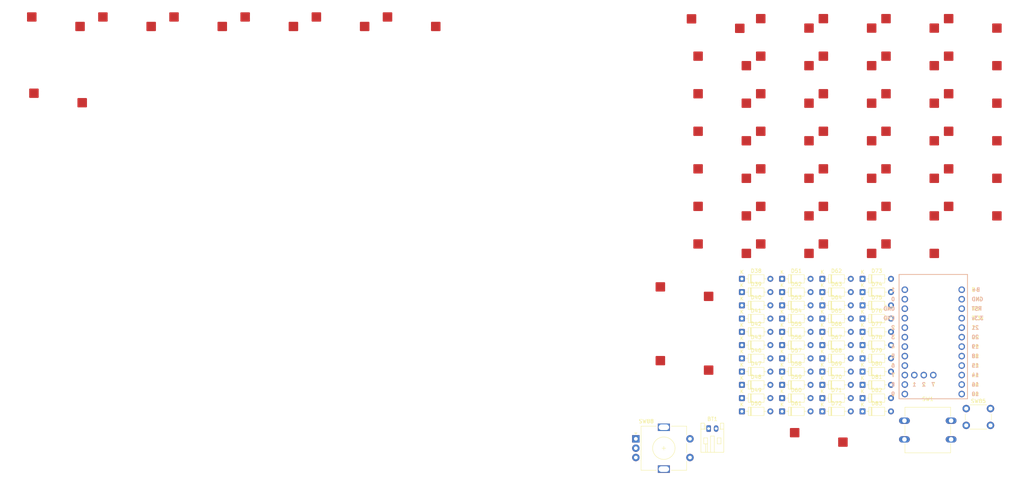
<source format=kicad_pcb>
(kicad_pcb (version 20241229) (generator "pcbnew") (generator_version "9.0")
  (layers (0 "F.Cu" signal) (2 "B.Cu" signal) (13 "F.Paste" user) (15 "B.Paste" user) (5 "F.SilkS" user "F.Silkscreen") (7 "B.SilkS" user "B.Silkscreen") (1 "F.Mask" user) (3 "B.Mask" user) (25 "Edge.Cuts" user))
  (net 0 "")
  (net 1 "GND")
  (net 2 "Net-(BT1-+)")
  (net 3 "row_R1")
  (net 4 "Net-(D38-A)")
  (net 5 "Net-(D39-A)")
  (net 6 "Net-(D40-A)")
  (net 7 "Net-(D41-A)")
  (net 8 "Net-(D42-A)")
  (net 9 "Net-(D43-A)")
  (net 10 "Net-(D46-A)")
  (net 11 "row_R2")
  (net 12 "Net-(D47-A)")
  (net 13 "Net-(D48-A)")
  (net 14 "Net-(D49-A)")
  (net 15 "Net-(D50-A)")
  (net 16 "Net-(D51-A)")
  (net 17 "Net-(D52-A)")
  (net 18 "Net-(D53-A)")
  (net 19 "row_R3")
  (net 20 "Net-(D54-A)")
  (net 21 "Net-(D55-A)")
  (net 22 "Net-(D56-A)")
  (net 23 "Net-(D57-A)")
  (net 24 "Net-(D58-A)")
  (net 25 "Net-(D59-A)")
  (net 26 "Net-(D60-A)")
  (net 27 "Net-(D61-A)")
  (net 28 "row_R4")
  (net 29 "Net-(D62-A)")
  (net 30 "Net-(D63-A)")
  (net 31 "Net-(D64-A)")
  (net 32 "Net-(D65-A)")
  (net 33 "Net-(D66-A)")
  (net 34 "Net-(D67-A)")
  (net 35 "Net-(D68-A)")
  (net 36 "Net-(D69-A)")
  (net 37 "Net-(D70-A)")
  (net 38 "row_R5")
  (net 39 "Net-(D71-A)")
  (net 40 "Net-(D72-A)")
  (net 41 "Net-(D73-A)")
  (net 42 "Net-(D74-A)")
  (net 43 "Net-(D75-A)")
  (net 44 "Net-(D76-A)")
  (net 45 "Net-(D77-A)")
  (net 46 "Net-(D78-A)")
  (net 47 "row_R6")
  (net 48 "Net-(D79-A)")
  (net 49 "Net-(D80-A)")
  (net 50 "Net-(D81-A)")
  (net 51 "Net-(D82-A)")
  (net 52 "Net-(D83-A)")
  (net 53 "B+")
  (net 54 "col_R1")
  (net 55 "col_R2")
  (net 56 "col_R3")
  (net 57 "col_R4")
  (net 58 "col_R5")
  (net 59 "col_R6")
  (net 60 "col_R7")
  (net 61 "col_R8")
  (net 62 "RST_R")
  (net 63 "GND_MCU2")
  (net 64 "B")
  (net 65 "A")
  (footprint "Diode_THT:D_DO-35_SOD27_P7.62mm_Horizontal" (layer "F.Cu") (at 235.5045 118.3319)
    (property "Reference" "D70" (at 3.81 -2.12 0) (layer "F.SilkS"))
    (property "Value" "1N4148")
    (fp_text user "K" (at 0 -1.8 0) (layer "F.SilkS"))
    (pad "1" thru_hole roundrect (at 0 0) (size 1.6 1.6) (drill 0.8) (layers "*.Cu" "*.Mask") (roundrect_rratio 0.15625) (net 38 "row_R5"))
    (pad "2" thru_hole circle (at 7.62 0) (size 1.6 1.6) (drill 0.8) (layers "*.Cu" "*.Mask") (net 37 "Net-(D70-A)"))
  )
  (footprint "kailhv4:MX-Hotswap-1U" (layer "F.Cu") (at 241.624 75.6074)
    (property "Reference" "SW67")
    (property "Value" "SW_Push_45deg")
    (pad "" np_thru_hole circle (at -5.08 0 311.901) (size 1.7018 1.7018) (drill 1.7018) (layers "*.Cu" "*.Mask"))
    (pad "" np_thru_hole circle (at -2.54 -5.08) (size 3 3) (drill 3) (layers "*.Cu" "*.Mask"))
    (pad "" np_thru_hole circle (at 0 0) (size 3.9878 3.9878) (drill 3.9878) (layers "*.Cu" "*.Mask"))
    (pad "" np_thru_hole circle (at 3.81 -2.54) (size 3 3) (drill 3) (layers "*.Cu" "*.Mask"))
    (pad "" np_thru_hole circle (at 5.08 0 311.901) (size 1.7018 1.7018) (drill 1.7018) (layers "*.Cu" "*.Mask"))
    (pad "1" smd roundrect (at 7.085 -2.54) (size 2.55 2.5) (layers "F.Cu" "F.Mask" "F.Paste") (roundrect_rratio 0.08) (net 59 "col_R6"))
    (pad "2" smd roundrect (at -5.842 -5.08) (size 2.55 2.5) (layers "F.Cu" "F.Mask" "F.Paste") (roundrect_rratio 0.08) (net 34 "Net-(D67-A)"))
  )
  (footprint "Diode_THT:D_DO-35_SOD27_P7.62mm_Horizontal" (layer "F.Cu") (at 246.2745 118.3319)
    (property "Reference" "D81" (at 3.81 -2.12 0) (layer "F.SilkS"))
    (property "Value" "1N4148")
    (fp_text user "K" (at 0 -1.8 0) (layer "F.SilkS"))
    (pad "1" thru_hole roundrect (at 0 0) (size 1.6 1.6) (drill 0.8) (layers "*.Cu" "*.Mask") (roundrect_rratio 0.15625) (net 47 "row_R6"))
    (pad "2" thru_hole circle (at 7.62 0) (size 1.6 1.6) (drill 0.8) (layers "*.Cu" "*.Mask") (net 50 "Net-(D81-A)"))
  )
  (footprint "Diode_THT:D_DO-35_SOD27_P7.62mm_Horizontal" (layer "F.Cu") (at 235.5045 111.2319)
    (property "Reference" "D68" (at 3.81 -2.12 0) (layer "F.SilkS"))
    (property "Value" "1N4148")
    (fp_text user "K" (at 0 -1.8 0) (layer "F.SilkS"))
    (pad "1" thru_hole roundrect (at 0 0) (size 1.6 1.6) (drill 0.8) (layers "*.Cu" "*.Mask") (roundrect_rratio 0.15625) (net 28 "row_R4"))
    (pad "2" thru_hole circle (at 7.62 0) (size 1.6 1.6) (drill 0.8) (layers "*.Cu" "*.Mask") (net 35 "Net-(D68-A)"))
  )
  (footprint "Diode_THT:D_DO-35_SOD27_P7.62mm_Horizontal" (layer "F.Cu") (at 246.2745 93.4819)
    (property "Reference" "D74" (at 3.81 -2.12 0) (layer "F.SilkS"))
    (property "Value" "1N4148")
    (fp_text user "K" (at 0 -1.8 0) (layer "F.SilkS"))
    (pad "1" thru_hole roundrect (at 0 0) (size 1.6 1.6) (drill 0.8) (layers "*.Cu" "*.Mask") (roundrect_rratio 0.15625) (net 38 "row_R5"))
    (pad "2" thru_hole circle (at 7.62 0) (size 1.6 1.6) (drill 0.8) (layers "*.Cu" "*.Mask") (net 42 "Net-(D74-A)"))
  )
  (footprint "Diode_THT:D_DO-35_SOD27_P7.62mm_Horizontal" (layer "F.Cu") (at 213.9645 121.8819)
    (property "Reference" "D49" (at 3.81 -2.12 0) (layer "F.SilkS"))
    (property "Value" "1N4148")
    (fp_text user "K" (at 0 -1.8 0) (layer "F.SilkS"))
    (pad "1" thru_hole roundrect (at 0 0) (size 1.6 1.6) (drill 0.8) (layers "*.Cu" "*.Mask") (roundrect_rratio 0.15625) (net 11 "row_R2"))
    (pad "2" thru_hole circle (at 7.62 0) (size 1.6 1.6) (drill 0.8) (layers "*.Cu" "*.Mask") (net 14 "Net-(D49-A)"))
  )
  (footprint "Diode_THT:D_DO-35_SOD27_P7.62mm_Horizontal" (layer "F.Cu") (at 224.7345 93.4819)
    (property "Reference" "D52" (at 3.81 -2.12 0) (layer "F.SilkS"))
    (property "Value" "1N4148")
    (fp_text user "K" (at 0 -1.8 0) (layer "F.SilkS"))
    (pad "1" thru_hole roundrect (at 0 0) (size 1.6 1.6) (drill 0.8) (layers "*.Cu" "*.Mask") (roundrect_rratio 0.15625) (net 11 "row_R2"))
    (pad "2" thru_hole circle (at 7.62 0) (size 1.6 1.6) (drill 0.8) (layers "*.Cu" "*.Mask") (net 17 "Net-(D52-A)"))
  )
  (footprint "kailhv4:MX-Hotswap-1U" (layer "F.Cu") (at 208.07 85.6648)
    (property "Reference" "SW54")
    (property "Value" "SW_Push_45deg")
    (pad "" np_thru_hole circle (at -5.08 0 311.901) (size 1.7018 1.7018) (drill 1.7018) (layers "*.Cu" "*.Mask"))
    (pad "" np_thru_hole circle (at -2.54 -5.08) (size 3 3) (drill 3) (layers "*.Cu" "*.Mask"))
    (pad "" np_thru_hole circle (at 0 0) (size 3.9878 3.9878) (drill 3.9878) (layers "*.Cu" "*.Mask"))
    (pad "" np_thru_hole circle (at 3.81 -2.54) (size 3 3) (drill 3) (layers "*.Cu" "*.Mask"))
    (pad "" np_thru_hole circle (at 5.08 0 311.901) (size 1.7018 1.7018) (drill 1.7018) (layers "*.Cu" "*.Mask"))
    (pad "1" smd roundrect (at 7.085 -2.54) (size 2.55 2.5) (layers "F.Cu" "F.Mask" "F.Paste") (roundrect_rratio 0.08) (net 54 "col_R1"))
    (pad "2" smd roundrect (at -5.842 -5.08) (size 2.55 2.5) (layers "F.Cu" "F.Mask" "F.Paste") (roundrect_rratio 0.08) (net 20 "Net-(D54-A)"))
  )
  (footprint "kailhv4:MX-Hotswap-1U" (layer "F.Cu") (at 208.07 55.4926)
    (property "Reference" "SW50")
    (property "Value" "SW_Push_45deg")
    (pad "" np_thru_hole circle (at -5.08 0 311.901) (size 1.7018 1.7018) (drill 1.7018) (layers "*.Cu" "*.Mask"))
    (pad "" np_thru_hole circle (at -2.54 -5.08) (size 3 3) (drill 3) (layers "*.Cu" "*.Mask"))
    (pad "" np_thru_hole circle (at 0 0) (size 3.9878 3.9878) (drill 3.9878) (layers "*.Cu" "*.Mask"))
    (pad "" np_thru_hole circle (at 3.81 -2.54) (size 3 3) (drill 3) (layers "*.Cu" "*.Mask"))
    (pad "" np_thru_hole circle (at 5.08 0 311.901) (size 1.7018 1.7018) (drill 1.7018) (layers "*.Cu" "*.Mask"))
    (pad "1" smd roundrect (at 7.085 -2.54) (size 2.55 2.5) (layers "F.Cu" "F.Mask" "F.Paste") (roundrect_rratio 0.08) (net 58 "col_R5"))
    (pad "2" smd roundrect (at -5.842 -5.08) (size 2.55 2.5) (layers "F.Cu" "F.Mask" "F.Paste") (roundrect_rratio 0.08) (net 15 "Net-(D50-A)"))
  )
  (footprint "Diode_THT:D_DO-35_SOD27_P7.62mm_Horizontal" (layer "F.Cu") (at 213.9645 93.4819)
    (property "Reference" "D39" (at 3.81 -2.12 0) (layer "F.SilkS"))
    (property "Value" "1N4148")
    (fp_text user "K" (at 0 -1.8 0) (layer "F.SilkS"))
    (pad "1" thru_hole roundrect (at 0 0) (size 1.6 1.6) (drill 0.8) (layers "*.Cu" "*.Mask") (roundrect_rratio 0.15625) (net 3 "row_R1"))
    (pad "2" thru_hole circle (at 7.62 0) (size 1.6 1.6) (drill 0.8) (layers "*.Cu" "*.Mask") (net 5 "Net-(D39-A)"))
  )
  (footprint "kailhv4:MX-Hotswap-1.25U" (layer "F.Cu") (at 275.178 35.3778)
    (property "Reference" "SW79")
    (property "Value" "SW_Push_45deg")
    (pad "" np_thru_hole circle (at -5.08 0 311.901) (size 1.7018 1.7018) (drill 1.7018) (layers "*.Cu" "*.Mask"))
    (pad "" np_thru_hole circle (at -2.54 -5.08) (size 3 3) (drill 3) (layers "*.Cu" "*.Mask"))
    (pad "" np_thru_hole circle (at 0 0) (size 3.9878 3.9878) (drill 3.9878) (layers "*.Cu" "*.Mask"))
    (pad "" np_thru_hole circle (at 3.81 -2.54) (size 3 3) (drill 3) (layers "*.Cu" "*.Mask"))
    (pad "" np_thru_hole circle (at 5.08 0 311.901) (size 1.7018 1.7018) (drill 1.7018) (layers "*.Cu" "*.Mask"))
    (pad "1" smd roundrect (at 7.085 -2.54) (size 2.55 2.5) (layers "F.Cu" "F.Mask" "F.Paste") (roundrect_rratio 0.08) (net 57 "col_R4"))
    (pad "2" smd roundrect (at -5.842 -5.08) (size 2.55 2.5) (layers "F.Cu" "F.Mask" "F.Paste") (roundrect_rratio 0.08) (net 48 "Net-(D79-A)"))
  )
  (footprint "kailhv4:MX-Hotswap-1.75U" (layer "F.Cu") (at 258.401 75.6074)
    (property "Reference" "SW75")
    (property "Value" "SW_Push_45deg")
    (pad "" np_thru_hole circle (at -5.08 0 311.901) (size 1.7018 1.7018) (drill 1.7018) (layers "*.Cu" "*.Mask"))
    (pad "" np_thru_hole circle (at -2.54 -5.08) (size 3 3) (drill 3) (layers "*.Cu" "*.Mask"))
    (pad "" np_thru_hole circle (at 0 0) (size 3.9878 3.9878) (drill 3.9878) (layers "*.Cu" "*.Mask"))
    (pad "" np_thru_hole circle (at 3.81 -2.54) (size 3 3) (drill 3) (layers "*.Cu" "*.Mask"))
    (pad "" np_thru_hole circle (at 5.08 0 311.901) (size 1.7018 1.7018) (drill 1.7018) (layers "*.Cu" "*.Mask"))
    (pad "1" smd roundrect (at 7.085 -2.54) (size 2.55 2.5) (layers "F.Cu" "F.Mask" "F.Paste") (roundrect_rratio 0.08) (net 59 "col_R6"))
    (pad "2" smd roundrect (at -5.842 -5.08) (size 2.55 2.5) (layers "F.Cu" "F.Mask" "F.Paste") (roundrect_rratio 0.08) (net 43 "Net-(D75-A)"))
  )
  (footprint "kailhv4:MX-Hotswap-1U" (layer "F.Cu") (at 224.847 35.3778)
    (property "Reference" "SW56")
    (property "Value" "SW_Push_45deg")
    (pad "" np_thru_hole circle (at -5.08 0 311.901) (size 1.7018 1.7018) (drill 1.7018) (layers "*.Cu" "*.Mask"))
    (pad "" np_thru_hole circle (at -2.54 -5.08) (size 3 3) (drill 3) (layers "*.Cu" "*.Mask"))
    (pad "" np_thru_hole circle (at 0 0) (size 3.9878 3.9878) (drill 3.9878) (layers "*.Cu" "*.Mask"))
    (pad "" np_thru_hole circle (at 3.81 -2.54) (size 3 3) (drill 3) (layers "*.Cu" "*.Mask"))
    (pad "" np_thru_hole circle (at 5.08 0 311.901) (size 1.7018 1.7018) (drill 1.7018) (layers "*.Cu" "*.Mask"))
    (pad "1" smd roundrect (at 7.085 -2.54) (size 2.55 2.5) (layers "F.Cu" "F.Mask" "F.Paste") (roundrect_rratio 0.08) (net 56 "col_R3"))
    (pad "2" smd roundrect (at -5.842 -5.08) (size 2.55 2.5) (layers "F.Cu" "F.Mask" "F.Paste") (roundrect_rratio 0.08) (net 22 "Net-(D56-A)"))
  )
  (footprint "kailhv4:MX-Hotswap-1.25U" (layer "F.Cu") (at 275.178 45.4352)
    (property "Reference" "SW80")
    (property "Value" "SW_Push_45deg")
    (pad "" np_thru_hole circle (at -5.08 0 311.901) (size 1.7018 1.7018) (drill 1.7018) (layers "*.Cu" "*.Mask"))
    (pad "" np_thru_hole circle (at -2.54 -5.08) (size 3 3) (drill 3) (layers "*.Cu" "*.Mask"))
    (pad "" np_thru_hole circle (at 0 0) (size 3.9878 3.9878) (drill 3.9878) (layers "*.Cu" "*.Mask"))
    (pad "" np_thru_hole circle (at 3.81 -2.54) (size 3 3) (drill 3) (layers "*.Cu" "*.Mask"))
    (pad "" np_thru_hole circle (at 5.08 0 311.901) (size 1.7018 1.7018) (drill 1.7018) (layers "*.Cu" "*.Mask"))
    (pad "1" smd roundrect (at 7.085 -2.54) (size 2.55 2.5) (layers "F.Cu" "F.Mask" "F.Paste") (roundrect_rratio 0.08) (net 58 "col_R5"))
    (pad "2" smd roundrect (at -5.842 -5.08) (size 2.55 2.5) (layers "F.Cu" "F.Mask" "F.Paste") (roundrect_rratio 0.08) (net 49 "Net-(D80-A)"))
  )
  (footprint "Diode_THT:D_DO-35_SOD27_P7.62mm_Horizontal" (layer "F.Cu") (at 246.2745 89.9319)
    (property "Reference" "D73" (at 3.81 -2.12 0) (layer "F.SilkS"))
    (property "Value" "1N4148")
    (fp_text user "K" (at 0 -1.8 0) (layer "F.SilkS"))
    (pad "1" thru_hole roundrect (at 0 0) (size 1.6 1.6) (drill 0.8) (layers "*.Cu" "*.Mask") (roundrect_rratio 0.15625) (net 38 "row_R5"))
    (pad "2" thru_hole circle (at 7.62 0) (size 1.6 1.6) (drill 0.8) (layers "*.Cu" "*.Mask") (net 41 "Net-(D73-A)"))
  )
  (footprint "Diode_THT:D_DO-35_SOD27_P7.62mm_Horizontal" (layer "F.Cu") (at 213.9645 104.1319)
    (property "Reference" "D42" (at 3.81 -2.12 0) (layer "F.SilkS"))
    (property "Value" "1N4148")
    (fp_text user "K" (at 0 -1.8 0) (layer "F.SilkS"))
    (pad "1" thru_hole roundrect (at 0 0) (size 1.6 1.6) (drill 0.8) (layers "*.Cu" "*.Mask") (roundrect_rratio 0.15625) (net 3 "row_R1"))
    (pad "2" thru_hole circle (at 7.62 0) (size 1.6 1.6) (drill 0.8) (layers "*.Cu" "*.Mask") (net 8 "Net-(D42-A)"))
  )
  (footprint "kailhv4:MX-Hotswap-1U" (layer "F.Cu") (at 241.624 85.6648)
    (property "Reference" "SW69")
    (property "Value" "SW_Push_45deg")
    (pad "" np_thru_hole circle (at -5.08 0 311.901) (size 1.7018 1.7018) (drill 1.7018) (layers "*.Cu" "*.Mask"))
    (pad "" np_thru_hole circle (at -2.54 -5.08) (size 3 3) (drill 3) (layers "*.Cu" "*.Mask"))
    (pad "" np_thru_hole circle (at 0 0) (size 3.9878 3.9878) (drill 3.9878) (layers "*.Cu" "*.Mask"))
    (pad "" np_thru_hole circle (at 3.81 -2.54) (size 3 3) (drill 3) (layers "*.Cu" "*.Mask"))
    (pad "" np_thru_hole circle (at 5.08 0 311.901) (size 1.7018 1.7018) (drill 1.7018) (layers "*.Cu" "*.Mask"))
    (pad "1" smd roundrect (at 7.085 -2.54) (size 2.55 2.5) (layers "F.Cu" "F.Mask" "F.Paste") (roundrect_rratio 0.08) (net 61 "col_R8"))
    (pad "2" smd roundrect (at -5.842 -5.08) (size 2.55 2.5) (layers "F.Cu" "F.Mask" "F.Paste") (roundrect_rratio 0.08) (net 36 "Net-(D69-A)"))
  )
  (footprint "Diode_THT:D_DO-35_SOD27_P7.62mm_Horizontal" (layer "F.Cu") (at 224.7345 97.0319)
    (property "Reference" "D53" (at 3.81 -2.12 0) (layer "F.SilkS"))
    (property "Value" "1N4148")
    (fp_text user "K" (at 0 -1.8 0) (layer "F.SilkS"))
    (pad "1" thru_hole roundrect (at 0 0) (size 1.6 1.6) (drill 0.8) (layers "*.Cu" "*.Mask") (roundrect_rratio 0.15625) (net 11 "row_R2"))
    (pad "2" thru_hole circle (at 7.62 0) (size 1.6 1.6) (drill 0.8) (layers "*.Cu" "*.Mask") (net 18 "Net-(D53-A)"))
  )
  (footprint "Diode_THT:D_DO-35_SOD27_P7.62mm_Horizontal" (layer "F.Cu") (at 224.7345 107.6819)
    (property "Reference" "D56" (at 3.81 -2.12 0) (layer "F.SilkS"))
    (property "Value" "1N4148")
    (fp_text user "K" (at 0 -1.8 0) (layer "F.SilkS"))
    (pad "1" thru_hole roundrect (at 0 0) (size 1.6 1.6) (drill 0.8) (layers "*.Cu" "*.Mask") (roundrect_rratio 0.15625) (net 19 "row_R3"))
    (pad "2" thru_hole circle (at 7.62 0) (size 1.6 1.6) (drill 0.8) (layers "*.Cu" "*.Mask") (net 22 "Net-(D56-A)"))
  )
  (footprint "kailhv4:MX-Hotswap-1U" (layer "F.Cu") (at 67.7 24.875)
    (property "Reference" "SW40")
    (property "Value" "SW_Push_45deg")
    (pad "" np_thru_hole circle (at -5.08 0 311.901) (size 1.7018 1.7018) (drill 1.7018) (layers "*.Cu" "*.Mask"))
    (pad "" np_thru_hole circle (at -2.54 -5.08) (size 3 3) (drill 3) (layers "*.Cu" "*.Mask"))
    (pad "" np_thru_hole circle (at 0 0) (size 3.9878 3.9878) (drill 3.9878) (layers "*.Cu" "*.Mask"))
    (pad "" np_thru_hole circle (at 3.81 -2.54) (size 3 3) (drill 3) (layers "*.Cu" "*.Mask"))
    (pad "" np_thru_hole circle (at 5.08 0 311.901) (size 1.7018 1.7018) (drill 1.7018) (layers "*.Cu" "*.Mask"))
    (pad "1" smd roundrect (at 7.085 -2.54) (size 2.55 2.5) (layers "F.Cu" "F.Mask" "F.Paste") (roundrect_rratio 0.08) (net 56 "col_R3"))
    (pad "2" smd roundrect (at -5.842 -5.08) (size 2.55 2.5) (layers "F.Cu" "F.Mask" "F.Paste") (roundrect_rratio 0.08) (net 6 "Net-(D40-A)"))
  )
  (footprint "Diode_THT:D_DO-35_SOD27_P7.62mm_Horizontal" (layer "F.Cu") (at 246.2745 114.7819)
    (property "Reference" "D80" (at 3.81 -2.12 0) (layer "F.SilkS"))
    (property "Value" "1N4148")
    (fp_text user "K" (at 0 -1.8 0) (layer "F.SilkS"))
    (pad "1" thru_hole roundrect (at 0 0) (size 1.6 1.6) (drill 0.8) (layers "*.Cu" "*.Mask") (roundrect_rratio 0.15625) (net 47 "row_R6"))
    (pad "2" thru_hole circle (at 7.62 0) (size 1.6 1.6) (drill 0.8) (layers "*.Cu" "*.Mask") (net 49 "Net-(D80-A)"))
  )
  (footprint "kailhv4:MX-Hotswap-2.25U" (layer "F.Cu") (at 197.9614 116.9238)
    (property "Reference" "SW68")
    (property "Value" "SW_Push_45deg")
    (pad "" np_thru_hole circle (at -11.938 -6.985) (size 3.048 3.048) (drill 3.048) (layers "*.Cu" "*.Mask"))
    (pad "" np_thru_hole circle (at -11.938 8.255) (size 3.9878 3.9878) (drill 3.9878) (layers "*.Cu" "*.Mask"))
    (pad "" np_thru_hole circle (at -5.08 0 311.901) (size 1.7018 1.7018) (drill 1.7018) (layers "*.Cu" "*.Mask"))
    (pad "" np_thru_hole circle (at -2.54 -5.08) (size 3 3) (drill 3) (layers "*.Cu" "*.Mask"))
    (pad "" np_thru_hole circle (at 0 0) (size 3.9878 3.9878) (drill 3.9878) (layers "*.Cu" "*.Mask"))
    (pad "" np_thru_hole circle (at 3.81 -2.54) (size 3 3) (drill 3) (layers "*.Cu" "*.Mask"))
    (pad "" np_thru_hole circle (at 5.08 0 311.901) (size 1.7018 1.7018) (drill 1.7018) (layers "*.Cu" "*.Mask"))
    (pad "" np_thru_hole circle (at 11.938 -6.985) (size 3.048 3.048) (drill 3.048) (layers "*.Cu" "*.Mask"))
    (pad "" np_thru_hole circle (at 11.938 8.255) (size 3.9878 3.9878) (drill 3.9878) (layers "*.Cu" "*.Mask"))
    (pad "1" smd roundrect (at 7.085 -2.54) (size 2.55 2.5) (layers "F.Cu" "F.Mask" "F.Paste") (roundrect_rratio 0.08) (net 60 "col_R7"))
    (pad "2" smd roundrect (at -5.842 -5.08) (size 2.55 2.5) (layers "F.Cu" "F.Mask" "F.Paste") (roundrect_rratio 0.08) (net 35 "Net-(D68-A)"))
  )
  (footprint "Diode_THT:D_DO-35_SOD27_P7.62mm_Horizontal" (layer "F.Cu") (at 246.2745 104.1319)
    (property "Reference" "D77" (at 3.81 -2.12 0) (layer "F.SilkS"))
    (property "Value" "1N4148")
    (fp_text user "K" (at 0 -1.8 0) (layer "F.SilkS"))
    (pad "1" thru_hole roundrect (at 0 0) (size 1.6 1.6) (drill 0.8) (layers "*.Cu" "*.Mask") (roundrect_rratio 0.15625) (net 38 "row_R5"))
    (pad "2" thru_hole circle (at 7.62 0) (size 1.6 1.6) (drill 0.8) (layers "*.Cu" "*.Mask") (net 45 "Net-(D77-A)"))
  )
  (footprint "Diode_THT:D_DO-35_SOD27_P7.62mm_Horizontal" (layer "F.Cu") (at 224.7345 104.1319)
    (property "Reference" "D55" (at 3.81 -2.12 0) (layer "F.SilkS"))
    (property "Value" "1N4148")
    (fp_text user "K" (at 0 -1.8 0) (layer "F.SilkS"))
    (pad "1" thru_hole roundrect (at 0 0) (size 1.6 1.6) (drill 0.8) (layers "*.Cu" "*.Mask") (roundrect_rratio 0.15625) (net 19 "row_R3"))
    (pad "2" thru_hole circle (at 7.62 0) (size 1.6 1.6) (drill 0.8) (layers "*.Cu" "*.Mask") (net 21 "Net-(D55-A)"))
  )
  (footprint "Diode_THT:D_DO-35_SOD27_P7.62mm_Horizontal" (layer "F.Cu") (at 213.9645 111.2319)
    (property "Reference" "D46" (at 3.81 -2.12 0) (layer "F.SilkS"))
    (property "Value" "1N4148")
    (fp_text user "K" (at 0 -1.8 0) (layer "F.SilkS"))
    (pad "1" thru_hole roundrect (at 0 0) (size 1.6 1.6) (drill 0.8) (layers "*.Cu" "*.Mask") (roundrect_rratio 0.15625) (net 11 "row_R2"))
    (pad "2" thru_hole circle (at 7.62 0) (size 1.6 1.6) (drill 0.8) (layers "*.Cu" "*.Mask") (net 10 "Net-(D46-A)"))
  )
  (footprint "kailhv4:MX-Hotswap-1U" (layer "F.Cu") (at 275.178 75.6074)
    (property "Reference" "SW83")
    (property "Value" "SW_Push_45deg")
    (pad "" np_thru_hole circle (at -5.08 0 311.901) (size 1.7018 1.7018) (drill 1.7018) (layers "*.Cu" "*.Mask"))
    (pad "" np_thru_hole circle (at -2.54 -5.08) (size 3 3) (drill 3) (layers "*.Cu" "*.Mask"))
    (pad "" np_thru_hole circle (at 0 0) (size 3.9878 3.9878) (drill 3.9878) (layers "*.Cu" "*.Mask"))
    (pad "" np_thru_hole circle (at 3.81 -2.54) (size 3 3) (drill 3) (layers "*.Cu" "*.Mask"))
    (pad "" np_thru_hole circle (at 5.08 0 311.901) (size 1.7018 1.7018) (drill 1.7018) (layers "*.Cu" "*.Mask"))
    (pad "1" smd roundrect (at 7.085 -2.54) (size 2.55 2.5) (layers "F.Cu" "F.Mask" "F.Paste") (roundrect_rratio 0.08) (net 61 "col_R8"))
    (pad "2" smd roundrect (at -5.842 -5.08) (size 2.55 2.5) (layers "F.Cu" "F.Mask" "F.Paste") (roundrect_rratio 0.08) (net 52 "Net-(D83-A)"))
  )
  (footprint "kailhv4:MX-Hotswap-1U" (layer "F.Cu") (at 206.305 25.375)
    (property "Reference" "SW47")
    (property "Value" "SW_Push_45deg")
    (pad "" np_thru_hole circle (at -5.08 0 311.901) (size 1.7018 1.7018) (drill 1.7018) (layers "*.Cu" "*.Mask"))
    (pad "" np_thru_hole circle (at -2.54 -5.08) (size 3 3) (drill 3) (layers "*.Cu" "*.Mask"))
    (pad "" np_thru_hole circle (at 0 0) (size 3.9878 3.9878) (drill 3.9878) (layers "*.Cu" "*.Mask"))
    (pad "" np_thru_hole circle (at 3.81 -2.54) (size 3 3) (drill 3) (layers "*.Cu" "*.Mask"))
    (pad "" np_thru_hole circle (at 5.08 0 311.901) (size 1.7018 1.7018) (drill 1.7018) (layers "*.Cu" "*.Mask"))
    (pad "1" smd roundrect (at 7.085 -2.54) (size 2.55 2.5) (layers "F.Cu" "F.Mask" "F.Paste") (roundrect_rratio 0.08) (net 55 "col_R2"))
    (pad "2" smd roundrect (at -5.842 -5.08) (size 2.55 2.5) (layers "F.Cu" "F.Mask" "F.Paste") (roundrect_rratio 0.08) (net 12 "Net-(D47-A)"))
  )
  (footprint "Diode_THT:D_DO-35_SOD27_P7.62mm_Horizontal" (layer "F.Cu") (at 213.9645 97.0319)
    (property "Reference" "D40" (at 3.81 -2.12 0) (layer "F.SilkS"))
    (property "Value" "1N4148")
    (fp_text user "K" (at 0 -1.8 0) (layer "F.SilkS"))
    (pad "1" thru_hole roundrect (at 0 0) (size 1.6 1.6) (drill 0.8) (layers "*.Cu" "*.Mask") (roundrect_rratio 0.15625) (net 3 "row_R1"))
    (pad "2" thru_hole circle (at 7.62 0) (size 1.6 1.6) (drill 0.8) (layers "*.Cu" "*.Mask") (net 6 "Net-(D40-A)"))
  )
  (footprint "Diode_THT:D_DO-35_SOD27_P7.62mm_Horizontal" (layer "F.Cu") (at 213.9645 118.3319)
    (property "Reference" "D48" (at 3.81 -2.12 0) (layer "F.SilkS"))
    (property "Value" "1N4148")
    (fp_text user "K" (at 0 -1.8 0) (layer "F.SilkS"))
    (pad "1" thru_hole roundrect (at 0 0) (size 1.6 1.6) (drill 0.8) (layers "*.Cu" "*.Mask") (roundrect_rratio 0.15625) (net 11 "row_R2"))
    (pad "2" thru_hole circle (at 7.62 0) (size 1.6 1.6) (drill 0.8) (layers "*.Cu" "*.Mask") (net 13 "Net-(D48-A)"))
  )
  (footprint "kailhv4:MX-Hotswap-1U" (layer "F.Cu") (at 208.07 45.4352)
    (property "Reference" "SW49")
    (property "Value" "SW_Push_45deg")
    (pad "" np_thru_hole circle (at -5.08 0 311.901) (size 1.7018 1.7018) (drill 1.7018) (layers "*.Cu" "*.Mask"))
    (pad "" np_thru_hole circle (at -2.54 -5.08) (size 3 3) (drill 3) (layers "*.Cu" "*.Mask"))
    (pad "" np_thru_hole circle (at 0 0) (size 3.9878 3.9878) (drill 3.9878) (layers "*.Cu" "*.Mask"))
    (pad "" np_thru_hole circle (at 3.81 -2.54) (size 3 3) (drill 3) (layers "*.Cu" "*.Mask"))
    (pad "" np_thru_hole circle (at 5.08 0 311.901) (size 1.7018 1.7018) (drill 1.7018) (layers "*.Cu" "*.Mask"))
    (pad "1" smd roundrect (at 7.085 -2.54) (size 2.55 2.5) (layers "F.Cu" "F.Mask" "F.Paste") (roundrect_rratio 0.08) (net 57 "col_R4"))
    (pad "2" smd roundrect (at -5.842 -5.08) (size 2.55 2.5) (layers "F.Cu" "F.Mask" "F.Paste") (roundrect_rratio 0.08) (net 14 "Net-(D49-A)"))
  )
  (footprint "kailhv4:MX-Hotswap-1U" (layer "F.Cu") (at 241.624 25.3204)
    (property "Reference" "SW62")
    (property "Value" "SW_Push_45deg")
    (pad "" np_thru_hole circle (at -5.08 0 311.901) (size 1.7018 1.7018) (drill 1.7018) (layers "*.Cu" "*.Mask"))
    (pad "" np_thru_hole circle (at -2.54 -5.08) (size 3 3) (drill 3) (layers "*.Cu" "*.Mask"))
    (pad "" np_thru_hole circle (at 0 0) (size 3.9878 3.9878) (drill 3.9878) (layers "*.Cu" "*.Mask"))
    (pad "" np_thru_hole circle (at 3.81 -2.54) (size 3 3) (drill 3) (layers "*.Cu" "*.Mask"))
    (pad "" np_thru_hole circle (at 5.08 0 311.901) (size 1.7018 1.7018) (drill 1.7018) (layers "*.Cu" "*.Mask"))
    (pad "1" smd roundrect (at 7.085 -2.54) (size 2.55 2.5) (layers "F.Cu" "F.Mask" "F.Paste") (roundrect_rratio 0.08) (net 54 "col_R1"))
    (pad "2" smd roundrect (at -5.842 -5.08) (size 2.55 2.5) (layers "F.Cu" "F.Mask" "F.Paste") (roundrect_rratio 0.08) (net 29 "Net-(D62-A)"))
  )
  (footprint "Button_Switch_THT:SW_SPST_Omron_B3F-40xx" (layer "F.Cu") (at 257.4945 127.9319)
    (property "Reference" "SW1" (at 6.25 -5.8 0) (layer "F.SilkS"))
    (property "Value" "SW_SPST")
    (pad "" np_thru_hole circle (at 6.25 -2) (size 1.8 1.8) (drill 1.8) (layers "*.Cu" "*.Mask"))
    (pad "" np_thru_hole circle (at 6.25 7) (size 1.8 1.8) (drill 1.8) (layers "*.Cu" "*.Mask"))
    (pad "1" thru_hole oval (at 0 0) (size 2.9 1.7) (drill 1.2) (layers "*.Cu" "*.Mask") (net 53 "B+"))
    (pad "1" thru_hole oval (at 12.5 0) (size 2.9 1.7) (drill 1.2) (layers "*.Cu" "*.Mask") (net 53 "B+"))
    (pad "2" thru_hole oval (at 0 5) (size 2.9 1.7) (drill 1.2) (layers "*.Cu" "*.Mask") (net 2 "Net-(BT1-+)"))
    (pad "2" thru_hole oval (at 12.5 5) (size 2.9 1.7) (drill 1.2) (layers "*.Cu" "*.Mask") (net 2 "Net-(BT1-+)"))
  )
  (footprint "kailhv4:MX-Hotswap-1U" (layer "F.Cu") (at 224.847 45.4352)
    (property "Reference" "SW57")
    (property "Value" "SW_Push_45deg")
    (pad "" np_thru_hole circle (at -5.08 0 311.901) (size 1.7018 1.7018) (drill 1.7018) (layers "*.Cu" "*.Mask"))
    (pad "" np_thru_hole circle (at -2.54 -5.08) (size 3 3) (drill 3) (layers "*.Cu" "*.Mask"))
    (pad "" np_thru_hole circle (at 0 0) (size 3.9878 3.9878) (drill 3.9878) (layers "*.Cu" "*.Mask"))
    (pad "" np_thru_hole circle (at 3.81 -2.54) (size 3 3) (drill 3) (layers "*.Cu" "*.Mask"))
    (pad "" np_thru_hole circle (at 5.08 0 311.901) (size 1.7018 1.7018) (drill 1.7018) (layers "*.Cu" "*.Mask"))
    (pad "1" smd roundrect (at 7.085 -2.54) (size 2.55 2.5) (layers "F.Cu" "F.Mask" "F.Paste") (roundrect_rratio 0.08) (net 57 "col_R4"))
    (pad "2" smd roundrect (at -5.842 -5.08) (size 2.55 2.5) (layers "F.Cu" "F.Mask" "F.Paste") (roundrect_rratio 0.08) (net 23 "Net-(D57-A)"))
  )
  (footprint "Diode_THT:D_DO-35_SOD27_P7.62mm_Horizontal" (layer "F.Cu") (at 235.5045 125.4319)
    (property "Reference" "D72" (at 3.81 -2.12 0) (layer "F.SilkS"))
    (property "Value" "1N4148")
    (fp_text user "K" (at 0 -1.8 0) (layer "F.SilkS"))
    (pad "1" thru_hole roundrect (at 0 0) (size 1.6 1.6) (drill 0.8) (layers "*.Cu" "*.Mask") (roundrect_rratio 0.15625) (net 38 "row_R5"))
    (pad "2" thru_hole circle (at 7.62 0) (size 1.6 1.6) (drill 0.8) (layers "*.Cu" "*.Mask") (net 40 "Net-(D72-A)"))
  )
  (footprint "kailhv4:MX-Hotswap-1U" (layer "F.Cu") (at 258.401 55.4926)
    (property "Reference" "SW73")
    (property "Value" "SW_Push_45deg")
    (pad "" np_thru_hole circle (at -5.08 0 311.901) (size 1.7018 1.7018) (drill 1.7018) (layers "*.Cu" "*.Mask"))
    (pad "" np_thru_hole circle (at -2.54 -5.08) (size 3 3) (drill 3) (layers "*.Cu" "*.Mask"))
    (pad "" np_thru_hole circle (at 0 0) (size 3.9878 3.9878) (drill 3.9878) (layers "*.Cu" "*.Mask"))
    (pad "" np_thru_hole circle (at 3.81 -2.54) (size 3 3) (drill 3) (layers "*.Cu" "*.Mask"))
    (pad "" np_thru_hole circle (at 5.08 0 311.901) (size 1.7018 1.7018) (drill 1.7018) (layers "*.Cu" "*.Mask"))
    (pad "1" smd roundrect (at 7.085 -2.54) (size 2.55 2.5) (layers "F.Cu" "F.Mask" "F.Paste") (roundrect_rratio 0.08) (net 57 "col_R4"))
    (pad "2" smd roundrect (at -5.842 -5.08) (size 2.55 2.5) (layers "F.Cu" "F.Mask" "F.Paste") (roundrect_rratio 0.08) (net 41 "Net-(D73-A)"))
  )
  (footprint "kailhv4:MX-Hotswap-1U" (layer "F.Cu") (at 224.847 55.4926)
    (property "Reference" "SW58")
    (property "Value" "SW_Push_45deg")
    (pad "" np_thru_hole circle (at -5.08 0 311.901) (size 1.7018 1.7018) (drill 1.7018) (layers "*.Cu" "*.Mask"))
    (pad "" np_thru_hole circle (at -2.54 -5.08) (size 3 3) (drill 3) (layers "*.Cu" "*.Mask"))
    (pad "" np_thru_hole circle (at 0 0) (size 3.9878 3.9878) (drill 3.9878) (layers "*.Cu" "*.Mask"))
    (pad "" np_thru_hole circle (at 3.81 -2.54) (size 3 3) (drill 3) (layers "*.Cu" "*.Mask"))
    (pad "" np_thru_hole circle (at 5.08 0 311.901) (size 1.7018 1.7018) (drill 1.7018) (layers "*.Cu" "*.Mask"))
    (pad "1" smd roundrect (at 7.085 -2.54) (size 2.55 2.5) (layers "F.Cu" "F.Mask" "F.Paste") (roundrect_rratio 0.08) (net 58 "col_R5"))
    (pad "2" smd roundrect (at -5.842 -5.08) (size 2.55 2.5) (layers "F.Cu" "F.Mask" "F.Paste") (roundrect_rratio 0.08) (net 24 "Net-(D58-A)"))
  )
  (footprint "kailhv4:MX-Hotswap-1U" (layer "F.Cu") (at 275.178 25.3204)
    (property "Reference" "SW77")
    (property "Value" "SW_Push_45deg")
    (pad "" np_thru_hole circle (at -5.08 0 311.901) (size 1.7018 1.7018) (drill 1.7018) (layers "*.Cu" "*.Mask"))
    (pad "" np_thru_hole circle (at -2.54 -5.08) (size 3 3) (drill 3) (layers "*.Cu" "*.Mask"))
    (pad "" np_thru_hole circle (at 0 0) (size 3.9878 3.9878) (drill 3.9878) (layers "*.Cu" "*.Mask"))
    (pad "" np_thru_hole circle (at 3.81 -2.54) (size 3 3) (drill 3) (layers "*.Cu" "*.Mask"))
    (pad "" np_thru_hole circle (at 5.08 0 311.901) (size 1.7018 1.7018) (drill 1.7018) (layers "*.Cu" "*.Mask"))
    (pad "1" smd roundrect (at 7.085 -2.54) (size 2.55 2.5) (layers "F.Cu" "F.Mask" "F.Paste") (roundrect_rratio 0.08) (net 61 "col_R8"))
    (pad "2" smd roundrect (at -5.842 -5.08) (size 2.55 2.5) (layers "F.Cu" "F.Mask" "F.Paste") (roundrect_rratio 0.08) (net 45 "Net-(D77-A)"))
  )
  (footprint "Connector_JST:JST_PH_S2B-PH-K_1x02_P2.00mm_Horizontal" (layer "F.Cu") (at 205.0545 130.0419)
    (property "Reference" "BT1" (at 1 -2.55 0) (layer "F.SilkS"))
    (property "Value" "Battery_Cell")
    (pad "1" thru_hole roundrect (at 0 0) (size 1.2 1.75) (drill 0.75) (layers "*.Cu" "*.Mask") (roundrect_rratio 0.208333) (net 2 "Net-(BT1-+)"))
    (pad "2" thru_hole oval (at 2 0) (size 1.2 1.75) (drill 0.75) (layers "*.Cu" "*.Mask") (net 1 "GND"))
  )
  (footprint "kailhv4:MX-Hotswap-3U" (layer "F.Cu") (at 233.9334 136.2159)
    (property "Reference" "SW78")
    (property "Value" "SW_Push_45deg")
    (pad "" np_thru_hole circle (at -19.05 -6.985) (size 3.048 3.048) (drill 3.048) (layers "*.Cu" "*.Mask"))
    (pad "" np_thru_hole circle (at -19.05 8.255) (size 3.9878 3.9878) (drill 3.9878) (layers "*.Cu" "*.Mask"))
    (pad "" np_thru_hole circle (at -5.08 0 311.901) (size 1.7018 1.7018) (drill 1.7018) (layers "*.Cu" "*.Mask"))
    (pad "" np_thru_hole circle (at -2.54 -5.08) (size 3 3) (drill 3) (layers "*.Cu" "*.Mask"))
    (pad "" np_thru_hole circle (at 0 0) (size 3.9878 3.9878) (drill 3.9878) (layers "*.Cu" "*.Mask"))
    (pad "" np_thru_hole circle (at 3.81 -2.54) (size 3 3) (drill 3) (layers "*.Cu" "*.Mask"))
    (pad "" np_thru_hole circle (at 5.08 0 311.901) (size 1.7018 1.7018) (drill 1.7018) (layers "*.Cu" "*.Mask"))
    (pad "" np_thru_hole circle (at 19.05 -6.985) (size 3.048 3.048) (drill 3.048) (layers "*.Cu" "*.Mask"))
    (pad "" np_thru_hole circle (at 19.05 8.255) (size 3.9878 3.9878) (drill 3.9878) (layers "*.Cu" "*.Mask"))
    (pad "1" smd roundrect (at 7.085 -2.54) (size 2.55 2.5) (layers "F.Cu" "F.Mask" "F.Paste") (roundrect_rratio 0.08) (net 54 "col_R1"))
    (pad "2" smd roundrect (at -5.842 -5.08) (size 2.55 2.5) (layers "F.Cu" "F.Mask" "F.Paste") (roundrect_rratio 0.08) (net 46 "Net-(D78-A)"))
  )
  (footprint "Diode_THT:D_DO-35_SOD27_P7.62mm_Horizontal" (layer "F.Cu") (at 235.5045 107.6819)
    (property "Reference" "D67" (at 3.81 -2.12 0) (layer "F.SilkS"))
    (property "Value" "1N4148")
    (fp_text user "K" (at 0 -1.8 0) (layer "F.SilkS"))
    (pad "1" thru_hole roundrect (at 0 0) (size 1.6 1.6) (drill 0.8) (layers "*.Cu" "*.Mask") (roundrect_rratio 0.15625) (net 28 "row_R4"))
    (pad "2" thru_hole circle (at 7.62 0) (size 1.6 1.6) (drill 0.8) (layers "*.Cu" "*.Mask") (net 34 "Net-(D67-A)"))
  )
  (footprint "Diode_THT:D_DO-35_SOD27_P7.62mm_Horizontal" (layer "F.Cu") (at 235.5045 100.5819)
    (property "Reference" "D65" (at 3.81 -2.12 0) (layer "F.SilkS"))
    (property "Value" "1N4148")
    (fp_text user "K" (at 0 -1.8 0) (layer "F.SilkS"))
    (pad "1" thru_hole roundrect (at 0 0) (size 1.6 1.6) (drill 0.8) (layers "*.Cu" "*.Mask") (roundrect_rratio 0.15625) (net 28 "row_R4"))
    (pad "2" thru_hole circle (at 7.62 0) (size 1.6 1.6) (drill 0.8) (layers "*.Cu" "*.Mask") (net 32 "Net-(D65-A)"))
  )
  (footprint "Diode_THT:D_DO-35_SOD27_P7.62mm_Horizontal" (layer "F.Cu") (at 213.9645 107.6819)
    (property "Reference" "D43" (at 3.81 -2.12 0) (layer "F.SilkS"))
    (property "Value" "1N4148")
    (fp_text user "K" (at 0 -1.8 0) (layer "F.SilkS"))
    (pad "1" thru_hole roundrect (at 0 0) (size 1.6 1.6) (drill 0.8) (layers "*.Cu" "*.Mask") (roundrect_rratio 0.15625) (net 3 "row_R1"))
    (pad "2" thru_hole circle (at 7.62 0) (size 1.6 1.6) (drill 0.8) (layers "*.Cu" "*.Mask") (net 9 "Net-(D43-A)"))
  )
  (footprint "Diode_THT:D_DO-35_SOD27_P7.62mm_Horizontal" (layer "F.Cu") (at 246.2745 121.8819)
    (property "Reference" "D82" (at 3.81 -2.12 0) (layer "F.SilkS"))
    (property "Value" "1N4148")
    (fp_text user "K" (at 0 -1.8 0) (layer "F.SilkS"))
    (pad "1" thru_hole roundrect (at 0 0) (size 1.6 1.6) (drill 0.8) (layers "*.Cu" "*.Mask") (roundrect_rratio 0.15625) (net 47 "row_R6"))
    (pad "2" thru_hole circle (at 7.62 0) (size 1.6 1.6) (drill 0.8) (layers "*.Cu" "*.Mask") (net 51 "Net-(D82-A)"))
  )
  (footprint "Diode_THT:D_DO-35_SOD27_P7.62mm_Horizontal" (layer "F.Cu") (at 213.9645 114.7819)
    (property "Reference" "D47" (at 3.81 -2.12 0) (layer "F.SilkS"))
    (property "Value" "1N4148")
    (fp_text user "K" (at 0 -1.8 0) (layer "F.SilkS"))
    (pad "1" thru_hole roundrect (at 0 0) (size 1.6 1.6) (drill 0.8) (layers "*.Cu" "*.Mask") (roundrect_rratio 0.15625) (net 11 "row_R2"))
    (pad "2" thru_hole circle (at 7.62 0) (size 1.6 1.6) (drill 0.8) (layers "*.Cu" "*.Mask") (net 12 "Net-(D47-A)"))
  )
  (footprint "kailhv4:MX-Hotswap-1U" (layer "F.Cu") (at 29.605 24.875)
    (property "Reference" "SW38")
    (property "Value" "SW_Push_45deg")
    (pad "" np_thru_hole circle (at -5.08 0 311.901) (size 1.7018 1.7018) (drill 1.7018) (layers "*.Cu" "*.Mask"))
    (pad "" np_thru_hole circle (at -2.54 -5.08) (size 3 3) (drill 3) (layers "*.Cu" "*.Mask"))
    (pad "" np_thru_hole circle (at 0 0) (size 3.9878 3.9878) (drill 3.9878) (layers "*.Cu" "*.Mask"))
    (pad "" np_thru_hole circle (at 3.81 -2.54) (size 3 3) (drill 3) (layers "*.Cu" "*.Mask"))
    (pad "" np_thru_hole circle (at 5.08 0 311.901) (size 1.7018 1.7018) (drill 1.7018) (layers "*.Cu" "*.Mask"))
    (pad "1" smd roundrect (at 7.085 -2.54) (size 2.55 2.5) (layers "F.Cu" "F.Mask" "F.Paste") (roundrect_rratio 0.08) (net 54 "col_R1"))
    (pad "2" smd roundrect (at -5.842 -5.08) (size 2.55 2.5) (layers "F.Cu" "F.Mask" "F.Paste") (roundrect_rratio 0.08) (net 4 "Net-(D38-A)"))
  )
  (footprint "kailhv4:MX-Hotswap-1U" (layer "F.Cu") (at 258.401 35.3778)
    (property "Reference" "SW71")
    (property "Value" "SW_Push_45deg")
    (pad "" np_thru_hole circle (at -5.08 0 311.901) (size 1.7018 1.7018) (drill 1.7018) (layers "*.Cu" "*.Mask"))
    (pad "" np_thru_hole circle (at -2.54 -5.08) (size 3 3) (drill 3) (layers "*.Cu" "*.Mask"))
    (pad "" np_thru_hole circle (at 0 0) (size 3.9878 3.9878) (drill 3.9878) (layers "*.Cu" "*.Mask"))
    (pad "" np_thru_hole circle (at 3.81 -2.54) (size 3 3) (drill 3) (layers "*.Cu" "*.Mask"))
    (pad "" np_thru_hole circle (at 5.08 0 311.901) (size 1.7018 1.7018) (drill 1.7018) (layers "*.Cu" "*.Mask"))
    (pad "1" smd roundrect (at 7.085 -2.54) (size 2.55 2.5) (layers "F.Cu" "F.Mask" "F.Paste") (roundrect_rratio 0.08) (net 55 "col_R2"))
    (pad "2" smd roundrect (at -5.842 -5.08) (size 2.55 2.5) (layers "F.Cu" "F.Mask" "F.Paste") (roundrect_rratio 0.08) (net 39 "Net-(D71-A)"))
  )
  (footprint "Diode_THT:D_DO-35_SOD27_P7.62mm_Horizontal" (layer "F.Cu") (at 224.7345 111.2319)
    (property "Reference" "D57" (at 3.81 -2.12 0) (layer "F.SilkS"))
    (property "Value" "1N4148")
    (fp_text user "K" (at 0 -1.8 0) (layer "F.SilkS"))
    (pad "1" thru_hole roundrect (at 0 0) (size 1.6 1.6) (drill 0.8) (layers "*.Cu" "*.Mask") (roundrect_rratio 0.15625) (net 19 "row_R3"))
    (pad "2" thru_hole circle (at 7.62 0) (size 1.6 1.6) (drill 0.8) (layers "*.Cu" "*.Mask") (net 23 "Net-(D57-A)"))
  )
  (footprint "kailhv4:MX-Hotswap-1U" (layer "F.Cu") (at 124.88 24.875)
    (property "Reference" "SW43")
    (property "Value" "SW_Push_45deg")
    (pad "" np_thru_hole circle (at -5.08 0 311.901) (size 1.7018 1.7018) (drill 1.7018) (layers "*.Cu" "*.Mask"))
    (pad "" np_thru_hole circle (at -2.54 -5.08) (size 3 3) (drill 3) (layers "*.Cu" "*.Mask"))
    (pad "" np_thru_hole circle (at 0 0) (size 3.9878 3.9878) (drill 3.9878) (layers "*.Cu" "*.Mask"))
    (pad "" np_thru_hole circle (at 3.81 -2.54) (size 3 3) (drill 3) (layers "*.Cu" "*.Mask"))
    (pad "" np_thru_hole circle (at 5.08 0 311.901) (size 1.7018 1.7018) (drill 1.7018) (layers "*.Cu" "*.Mask"))
    (pad "1" smd roundrect (at 7.085 -2.54) (size 2.55 2.5) (layers "F.Cu" "F.Mask" "F.Paste") (roundrect_rratio 0.08) (net 59 "col_R6"))
    (pad "2" smd roundrect (at -5.842 -5.08) (size 2.55 2.5) (layers "F.Cu" "F.Mask" "F.Paste") (roundrect_rratio 0.08) (net 9 "Net-(D43-A)"))
  )
  (footprint "kailhv4:MX-Hotswap-1U" (layer "F.Cu") (at 241.624 55.4926)
    (property "Reference" "SW65")
    (property "Value" "SW_Push_45deg")
    (pad "" np_thru_hole circle (at -5.08 0 311.901) (size 1.7018 1.7018) (drill 1.7018) (layers "*.Cu" "*.Mask"))
    (pad "" np_thru_hole circle (at -2.54 -5.08) (size 3 3) (drill 3) (layers "*.Cu" "*.Mask"))
    (pad "" np_thru_hole circle (at 0 0) (size 3.9878 3.9878) (drill 3.9878) (layers "*.Cu" "*.Mask"))
    (pad "" np_thru_hole circle (at 3.81 -2.54) (size 3 3) (drill 3) (layers "*.Cu" "*.Mask"))
    (pad "" np_thru_hole circle (at 5.08 0 311.901) (size 1.7018 1.7018) (drill 1.7018) (layers "*.Cu" "*.Mask"))
    (pad "1" smd roundrect (at 7.085 -2.54) (size 2.55 2.5) (layers "F.Cu" "F.Mask" "F.Paste") (roundrect_rratio 0.08) (net 57 "col_R4"))
    (pad "2" smd roundrect (at -5.842 -5.08) (size 2.55 2.5) (layers "F.Cu" "F.Mask" "F.Paste") (roundrect_rratio 0.08) (net 32 "Net-(D65-A)"))
  )
  (footprint "Diode_THT:D_DO-35_SOD27_P7.62mm_Horizontal" (layer "F.Cu") (at 224.7345 114.7819)
    (property "Reference" "D58" (at 3.81 -2.12 0) (layer "F.SilkS"))
    (property "Value" "1N4148")
    (fp_text user "K" (at 0 -1.8 0) (layer "F.SilkS"))
    (pad "1" thru_hole roundrect (at 0 0) (size 1.6 1.6) (drill 0.8) (layers "*.Cu" "*.Mask") (roundrect_rratio 0.15625) (net 19 "row_R3"))
    (pad "2" thru_hole circle (at 7.62 0) (size 1.6 1.6) (drill 0.8) (layers "*.Cu" "*.Mask") (net 24 "Net-(D58-A)"))
  )
  (footprint "kailhv4:MX-Hotswap-1U" (layer "F.Cu") (at 208.07 75.6074)
    (property "Reference" "SW53")
    (property "Value" "SW_Push_45deg")
    (pad "" np_thru_hole circle (at -5.08 0 311.901) (size 1.7018 1.7018) (drill 1.7018) (layers "*.Cu" "*.Mask"))
    (pad "" np_thru_hole circle (at -2.54 -5.08) (size 3 3) (drill 3) (layers "*.Cu" "*.Mask"))
    (pad "" np_thru_hole circle (at 0 0) (size 3.9878 3.9878) (drill 3.9878) (layers "*.Cu" "*.Mask"))
    (pad "" np_thru_hole circle (at 3.81 -2.54) (size 3 3) (drill 3) (layers "*.Cu" "*.Mask"))
    (pad "" np_thru_hole circle (at 5.08 0 311.901) (size 1.7018 1.7018) (drill 1.7018) (layers "*.Cu" "*.Mask"))
    (pad "1" smd roundrect (at 7.085 -2.54) (size 2.55 2.5) (layers "F.Cu" "F.Mask" "F.Paste") (roundrect_rratio 0.08) (net 61 "col_R8"))
    (pad "2" smd roundrect (at -5.842 -5.08) (size 2.55 2.5) (layers "F.Cu" "F.Mask" "F.Paste") (roundrect_rratio 0.08) (net 18 "Net-(D53-A)"))
  )
  (footprint "Diode_THT:D_DO-35_SOD27_P7.62mm_Horizontal" (layer "F.Cu") (at 235.5045 93.4819)
    (property "Reference" "D63" (at 3.81 -2.12 0) (layer "F.SilkS"))
    (property "Value" "1N4148")
    (fp_text user "K" (at 0 -1.8 0) (layer "F.SilkS"))
    (pad "1" thru_hole roundrect (at 0 0) (size 1.6 1.6) (drill 0.8) (layers "*.Cu" "*.Mask") (roundrect_rratio 0.15625) (net 28 "row_R4"))
    (pad "2" thru_hole circle (at 7.62 0) (size 1.6 1.6) (drill 0.8) (layers "*.Cu" "*.Mask") (net 30 "Net-(D63-A)"))
  )
  (footprint "Diode_THT:D_DO-35_SOD27_P7.62mm_Horizontal" (layer "F.Cu") (at 224.7345 89.9319)
    (property "Reference" "D51" (at 3.81 -2.12 0) (layer "F.SilkS"))
    (property "Value" "1N4148")
    (fp_text user "K" (at 0 -1.8 0) (layer "F.SilkS"))
    (pad "1" thru_hole roundrect (at 0 0) (size 1.6 1.6) (drill 0.8) (layers "*.Cu" "*.Mask") (roundrect_rratio 0.15625) (net 11 "row_R2"))
    (pad "2" thru_hole circle (at 7.62 0) (size 1.6 1.6) (drill 0.8) (layers "*.Cu" "*.Mask") (net 16 "Net-(D51-A)"))
  )
  (footprint "kailhv4:MX-Hotswap-1U" (layer "F.Cu") (at 258.401 85.6648)
    (property "Reference" "SW76")
    (property "Value" "SW_Push_45deg")
    (pad "" np_thru_hole circle (at -5.08 0 311.901) (size 1.7018 1.7018) (drill 1.7018) (layers "*.Cu" "*.Mask"))
    (pad "" np_thru_hole circle (at -2.54 -5.08) (size 3 3) (drill 3) (layers "*.Cu" "*.Mask"))
    (pad "" np_thru_hole circle (at 0 0) (size 3.9878 3.9878) (drill 3.9878) (layers "*.Cu" "*.Mask"))
    (pad "" np_thru_hole circle (at 3.81 -2.54) (size 3 3) (drill 3) (layers "*.Cu" "*.Mask"))
    (pad "" np_thru_hole circle (at 5.08 0 311.901) (size 1.7018 1.7018) (drill 1.7018) (layers "*.Cu" "*.Mask"))
    (pad "1" smd roundrect (at 7.085 -2.54) (size 2.55 2.5) (layers "F.Cu" "F.Mask" "F.Paste") (roundrect_rratio 0.08) (net 60 "col_R7"))
    (pad "2" smd roundrect (at -5.842 -5.08) (size 2.55 2.5) (layers "F.Cu" "F.Mask" "F.Paste") (roundrect_rratio 0.08) (net 44 "Net-(D76-A)"))
  )
  (footprint "Diode_THT:D_DO-35_SOD27_P7.62mm_Horizontal" (layer "F.Cu") (at 224.7345 118.3319)
    (property "Reference" "D59" (at 3.81 -2.12 0) (layer "F.SilkS"))
    (property "Value" "1N4148")
    (fp_text user "K" (at 0 -1.8 0) (layer "F.SilkS"))
    (pad "1" thru_hole roundrect (at 0 0) (size 1.6 1.6) (drill 0.8) (layers "*.Cu" "*.Mask") (roundrect_rratio 0.15625) (net 19 "row_R3"))
    (pad "2" thru_hole circle (at 7.62 0) (size 1.6 1.6) (drill 0.8) (layers "*.Cu" "*.Mask") (net 25 "Net-(D59-A)"))
  )
  (footprint "Diode_THT:D_DO-35_SOD27_P7.62mm_Horizontal" (layer "F.Cu") (at 224.7345 121.8819)
    (property "Reference" "D60" (at 3.81 -2.12 0) (layer "F.SilkS"))
    (property "Value" "1N4148")
    (fp_text user "K" (at 0 -1.8 0) (layer "F.SilkS"))
    (pad "1" thru_hole roundrect (at 0 0) (size 1.6 1.6) (drill 0.8) (layers "*.Cu" "*.Mask") (roundrect_rratio 0.15625) (net 19 "row_R3"))
    (pad "2" thru_hole circle (at 7.62 0) (size 1.6 1.6) (drill 0.8) (layers "*.Cu" "*.Mask") (net 26 "Net-(D60-A)"))
  )
  (footprint "Diode_THT:D_DO-35_SOD27_P7.62mm_Horizontal" (layer "F.Cu") (at 213.9645 100.5819)
    (property "Reference" "D41" (at 3.81 -2.12 0) (layer "F.SilkS"))
    (property "Value" "1N4148")
    (fp_text user "K" (at 0 -1.8 0) (layer "F.SilkS"))
    (pad "1" thru_hole roundrect (at 0 0) (size 1.6 1.6) (drill 0.8) (layers "*.Cu" "*.Mask") (roundrect_rratio 0.15625) (net 3 "row_R1"))
    (pad "2" thru_hole circle (at 7.62 0) (size 1.6 1.6) (drill 0.8) (layers "*.Cu" "*.Mask") (net 7 "Net-(D41-A)"))
  )
  (footprint "Diode_THT:D_DO-35_SOD27_P7.62mm_Horizontal" (layer "F.Cu") (at 224.7345 125.4319)
    (property "Reference" "D61" (at 3.81 -2.12 0) (layer "F.SilkS"))
    (property "Value" "1N4148")
    (fp_text user "K" (at 0 -1.8 0) (layer "F.SilkS"))
    (pad "1" thru_hole roundrect (at 0 0) (size 1.6 1.6) (drill 0.8) (layers "*.Cu" "*.Mask") (roundrect_rratio 0.15625) (net 19 "row_R3"))
    (pad "2" thru_hole circle (at 7.62 0) (size 1.6 1.6) (drill 0.8) (layers "*.Cu" "*.Mask") (net 27 "Net-(D61-A)"))
  )
  (footprint "kailhv4:MX-Hotswap-1U" (layer "F.Cu") (at 224.847 65.55)
    (property "Reference" "SW59")
    (property "Value" "SW_Push_45deg")
    (pad "" np_thru_hole circle (at -5.08 0 311.901) (size 1.7018 1.7018) (drill 1.7018) (layers "*.Cu" "*.Mask"))
    (pad "" np_thru_hole circle (at -2.54 -5.08) (size 3 3) (drill 3) (layers "*.Cu" "*.Mask"))
    (pad "" np_thru_hole circle (at 0 0) (size 3.9878 3.9878) (drill 3.9878) (layers "*.Cu" "*.Mask"))
    (pad "" np_thru_hole circle (at 3.81 -2.54) (size 3 3) (drill 3) (layers "*.Cu" "*.Mask"))
    (pad "" np_thru_hole circle (at 5.08 0 311.901) (size 1.7018 1.7018) (drill 1.7018) (layers "*.Cu" "*.Mask"))
    (pad "1" smd roundrect (at 7.085 -2.54) (size 2.55 2.5) (layers "F.Cu" "F.Mask" "F.Paste") (roundrect_rratio 0.08) (net 59 "col_R6"))
    (pad "2" smd roundrect (at -5.842 -5.08) (size 2.55 2.5) (layers "F.Cu" "F.Mask" "F.Paste") (roundrect_rratio 0.08) (net 25 "Net-(D59-A)"))
  )
  (footprint "Diode_THT:D_DO-35_SOD27_P7.62mm_Horizontal" (layer "F.Cu") (at 246.2745 125.4319)
    (property "Reference" "D83" (at 3.81 -2.12 0) (layer "F.SilkS"))
    (property "Value" "1N4148")
    (fp_text user "K" (at 0 -1.8 0) (layer "F.SilkS"))
    (pad "1" thru_hole roundrect (at 0 0) (size 1.6 1.6) (drill 0.8) (layers "*.Cu" "*.Mask") (roundrect_rratio 0.15625) (net 47 "row_R6"))
    (pad "2" thru_hole circle (at 7.62 0) (size 1.6 1.6) (drill 0.8) (layers "*.Cu" "*.Mask") (net 52 "Net-(D83-A)"))
  )
  (footprint "Diode_THT:D_DO-35_SOD27_P7.62mm_Horizontal" (layer "F.Cu") (at 235.5045 114.7819)
    (property "Reference" "D69" (at 3.81 -2.12 0) (layer "F.SilkS"))
    (property "Value" "1N4148")
    (fp_text user "K" (at 0 -1.8 0) (layer "F.SilkS"))
    (pad "1" thru_hole roundrect (at 0 0) (size 1.6 1.6) (drill 0.8) (layers "*.Cu" "*.Mask") (roundrect_rratio 0.15625) (net 28 "row_R4"))
    (pad "2" thru_hole circle (at 7.62 0) (size 1.6 1.6) (drill 0.8) (layers "*.Cu" "*.Mask") (net 36 "Net-(D69-A)"))
  )
  (footprint "kailhv4:MX-Hotswap-1U" (layer "F.Cu") (at 224.847 25.3204)
    (property "Reference" "SW55")
    (property "Value" "SW_Push_45deg")
    (pad "" np_thru_hole circle (at -5.08 0 311.901) (size 1.7018 1.7018) (drill 1.7018) (layers "*.Cu" "*.Mask"))
    (pad "" np_thru_hole circle (at -2.54 -5.08) (size 3 3) (drill 3) (layers "*.Cu" "*.Mask"))
    (pad "" np_thru_hole circle (at 0 0) (size 3.9878 3.9878) (drill 3.9878) (layers "*.Cu" "*.Mask"))
    (pad "" np_thru_hole circle (at 3.81 -2.54) (size 3 3) (drill 3) (layers "*.Cu" "*.Mask"))
    (pad "" np_thru_hole circle (at 5.08 0 311.901) (size 1.7018 1.7018) (drill 1.7018) (layers "*.Cu" "*.Mask"))
    (pad "1" smd roundrect (at 7.085 -2.54) (size 2.55 2.5) (layers "F.Cu" "F.Mask" "F.Paste") (roundrect_rratio 0.08) (net 55 "col_R2"))
    (pad "2" smd roundrect (at -5.842 -5.08) (size 2.55 2.5) (layers "F.Cu" "F.Mask" "F.Paste") (roundrect_rratio 0.08) (net 21 "Net-(D55-A)"))
  )
  (footprint "Diode_THT:D_DO-35_SOD27_P7.62mm_Horizontal" (layer "F.Cu") (at 224.7345 100.5819)
    (property "Reference" "D54" (at 3.81 -2.12 0) (layer "F.SilkS"))
    (property "Value" "1N4148")
    (fp_text user "K" (at 0 -1.8 0) (layer "F.SilkS"))
    (pad "1" thru_hole roundrect (at 0 0) (size 1.6 1.6) (drill 0.8) (layers "*.Cu" "*.Mask") (roundrect_rratio 0.15625) (net 19 "row_R3"))
    (pad "2" thru_hole circle (at 7.62 0) (size 1.6 1.6) (drill 0.8) (layers "*.Cu" "*.Mask") (net 20 "Net-(D54-A)"))
  )
  (footprint "Diode_THT:D_DO-35_SOD27_P7.62mm_Horizontal" (layer "F.Cu") (at 235.5045 121.8819)
    (property "Reference" "D71" (at 3.81 -2.12 0) (layer "F.SilkS"))
    (property "Value" "1N4148")
    (fp_text user "K" (at 0 -1.8 0) (layer "F.SilkS"))
    (pad "1" thru_hole roundrect (at 0 0) (size 1.6 1.6) (drill 0.8) (layers "*.Cu" "*.Mask") (roundrect_rratio 0.15625) (net 38 "row_R5"))
    (pad "2" thru_hole circle (at 7.62 0) (size 1.6 1.6) (drill 0.8) (layers "*.Cu" "*.Mask") (net 39 "Net-(D71-A)"))
  )
  (footprint "Rotary_Encoder:RotaryEncoder_Alps_EC11E-Switch_Vertical_H20mm" (layer "F.Cu") (at 185.5545 132.7919)
    (property "Reference" "SW88" (at 2.8 -4.7 0) (layer "F.SilkS"))
    (property "Value" "RotaryEncoder")
    (pad "A" thru_hole rect (at 0 0) (size 2 2) (drill 1) (layers "*.Cu" "*.Mask") (net 65 "A"))
    (pad "B" thru_hole circle (at 0 5) (size 2 2) (drill 1) (layers "*.Cu" "*.Mask") (net 64 "B"))
    (pad "C" thru_hole circle (at 0 2.5) (size 2 2) (drill 1) (layers "*.Cu" "*.Mask") (net 63 "GND_MCU2"))
    (pad "MP" thru_hole rect (at 7.5 -3.1) (size 3.2 2) (drill oval 2.8 1.5) (layers "*.Cu" "*.Mask"))
    (pad "MP" thru_hole rect (at 7.5 8.1) (size 3.2 2) (drill oval 2.8 1.5) (layers "*.Cu" "*.Mask"))
    (pad "S1" thru_hole circle (at 14.5 5) (size 2 2) (drill 1) (layers "*.Cu" "*.Mask"))
    (pad "S2" thru_hole circle (at 14.5 0) (size 2 2) (drill 1) (layers "*.Cu" "*.Mask"))
  )
  (footprint "kailhv4:MX-Hotswap-1U" (layer "F.Cu") (at 258.401 45.4352)
    (property "Reference" "SW72")
    (property "Value" "SW_Push_45deg")
    (pad "" np_thru_hole circle (at -5.08 0 311.901) (size 1.7018 1.7018) (drill 1.7018) (layers "*.Cu" "*.Mask"))
    (pad "" np_thru_hole circle (at -2.54 -5.08) (size 3 3) (drill 3) (layers "*.Cu" "*.Mask"))
    (pad "" np_thru_hole circle (at 0 0) (size 3.9878 3.9878) (drill 3.9878) (layers "*.Cu" "*.Mask"))
    (pad "" np_thru_hole circle (at 3.81 -2.54) (size 3 3) (drill 3) (layers "*.Cu" "*.Mask"))
    (pad "" np_thru_hole circle (at 5.08 0 311.901) (size 1.7018 1.7018) (drill 1.7018) (layers "*.Cu" "*.Mask"))
    (pad "1" smd roundrect (at 7.085 -2.54) (size 2.55 2.5) (layers "F.Cu" "F.Mask" "F.Paste") (roundrect_rratio 0.08) (net 56 "col_R3"))
    (pad "2" smd roundrect (at -5.842 -5.08) (size 2.55 2.5) (layers "F.Cu" "F.Mask" "F.Paste") (roundrect_rratio 0.08) (net 40 "Net-(D72-A)"))
  )
  (footprint "Diode_THT:D_DO-35_SOD27_P7.62mm_Horizontal" (layer "F.Cu") (at 246.2745 111.2319)
    (property "Reference" "D79" (at 3.81 -2.12 0) (layer "F.SilkS"))
    (property "Value" "1N4148")
    (fp_text user "K" (at 0 -1.8 0) (layer "F.SilkS"))
    (pad "1" thru_hole roundrect (at 0 0) (size 1.6 1.6) (drill 0.8) (layers "*.Cu" "*.Mask") (roundrect_rratio 0.15625) (net 47 "row_R6"))
    (pad "2" thru_hole circle (at 7.62 0) (size 1.6 1.6) (drill 0.8) (layers "*.Cu" "*.Mask") (net 48 "Net-(D79-A)"))
  )
  (footprint "kailhv4:MX-Hotswap-2U" (layer "F.Cu") (at 197.9614 97.1659)
    (property "Reference" "SW52")
    (property "Value" "SW_Push_45deg")
    (pad "" np_thru_hole circle (at -11.938 -6.985) (size 3.048 3.048) (drill 3.048) (layers "*.Cu" "*.Mask"))
    (pad "" np_thru_hole circle (at -11.938 8.255) (size 3.9878 3.9878) (drill 3.9878) (layers "*.Cu" "*.Mask"))
    (pad "" np_thru_hole circle (at -5.08 0 311.901) (size 1.7018 1.7018) (drill 1.7018) (layers "*.Cu" "*.Mask"))
    (pad "" np_thru_hole circle (at -2.54 -5.08) (size 3 3) (drill 3) (layers "*.Cu" "*.Mask"))
    (pad "" np_thru_hole circle (at 0 0) (size 3.9878 3.9878) (drill 3.9878) (layers "*.Cu" "*.Mask"))
    (pad "" np_thru_hole circle (at 3.81 -2.54) (size 3 3) (drill 3) (layers "*.Cu" "*.Mask"))
    (pad "" np_thru_hole circle (at 5.08 0 311.901) (size 1.7018 1.7018) (drill 1.7018) (layers "*.Cu" "*.Mask"))
    (pad "" np_thru_hole circle (at 11.938 -6.985) (size 3.048 3.048) (drill 3.048) (layers "*.Cu" "*.Mask"))
    (pad "" np_thru_hole circle (at 11.938 8.255) (size 3.9878 3.9878) (drill 3.9878) (layers "*.Cu" "*.Mask"))
    (pad "1" smd roundrect (at 7.085 -2.54) (size 2.55 2.5) (layers "F.Cu" "F.Mask" "F.Paste") (roundrect_rratio 0.08) (net 60 "col_R7"))
    (pad "2" smd roundrect (at -5.842 -5.08) (size 2.55 2.5) (layers "F.Cu" "F.Mask" "F.Paste") (roundrect_rratio 0.08) (net 17 "Net-(D52-A)"))
  )
  (footprint "Diode_THT:D_DO-35_SOD27_P7.62mm_Horizontal" (layer "F.Cu") (at 246.2745 107.6819)
    (property "Reference" "D78" (at 3.81 -2.12 0) (layer "F.SilkS"))
    (property "Value" "1N4148")
    (fp_text user "K" (at 0 -1.8 0) (layer "F.SilkS"))
    (pad "1" thru_hole roundrect (at 0 0) (size 1.6 1.6) (drill 0.8) (layers "*.Cu" "*.Mask") (roundrect_rratio 0.15625) (net 47 "row_R6"))
    (pad "2" thru_hole circle (at 7.62 0) (size 1.6 1.6) (drill 0.8) (layers "*.Cu" "*.Mask") (net 46 "Net-(D78-A)"))
  )
  (footprint "Diode_THT:D_DO-35_SOD27_P7.62mm_Horizontal" (layer "F.Cu") (at 235.5045 104.1319)
    (property "Reference" "D66" (at 3.81 -2.12 0) (layer "F.SilkS"))
    (property "Value" "1N4148")
    (fp_text user "K" (at 0 -1.8 0) (layer "F.SilkS"))
    (pad "1" thru_hole roundrect (at 0 0) (size 1.6 1.6) (drill 0.8) (layers "*.Cu" "*.Mask") (roundrect_rratio 0.15625) (net 28 "row_R4"))
    (pad "2" thru_hole circle (at 7.62 0) (size 1.6 1.6) (drill 0.8) (layers "*.Cu" "*.Mask") (net 33 "Net-(D66-A)"))
  )
  (footprint "Diode_THT:D_DO-35_SOD27_P7.62mm_Horizontal" (layer "F.Cu") (at 235.5045 89.9319)
    (property "Reference" "D62" (at 3.81 -2.12 0) (layer "F.SilkS"))
    (property "Value" "1N4148")
    (fp_text user "K" (at 0 -1.8 0) (layer "F.SilkS"))
    (pad "1" thru_hole roundrect (at 0 0) (size 1.6 1.6) (drill 0.8) (layers "*.Cu" "*.Mask") (roundrect_rratio 0.15625) (net 28 "row_R4"))
    (pad "2" thru_hole circle (at 7.62 0) (size 1.6 1.6) (drill 0.8) (layers "*.Cu" "*.Mask") (net 29 "Net-(D62-A)"))
  )
  (footprint "scotto:Nice_Nano_V2" (layer "F.Cu") (at 265.2195 106.5369)
    (property "Reference" "U1" (hide yes))
    (property "Value" "Nice_Nano_V2" (hide yes))
    (fp_text user "6" (at -10.16 6.63 0) (layer "F.SilkS") (effects (font (thickness 0.2) (bold yes)) (justify right)))
    (fp_text user "7" (at -10.16 9.17 0) (layer "F.SilkS") (effects (font (thickness 0.2) (bold yes)) (justify right)))
    (fp_text user "GND" (at -10.16 -8.61 0) (layer "F.SilkS") (effects (font (thickness 0.2) (bold yes)) (justify right)))
    (fp_text user "16" (at 10.16 11.71 0) (layer "F.SilkS") (effects (font (thickness 0.2) (bold yes)) (justify left)))
    (fp_text user "18" (at 10.16 4.09 0) (layer "F.SilkS") (effects (font (thickness 0.2) (bold yes)) (justify left)))
    (fp_text user "7" (at 0 11.709998 0) (layer "F.SilkS") (effects (font (thickness 0.2) (bold yes))))
    (fp_text user "GND" (at -10.16 -6.07 0) (layer "F.SilkS") (effects (font (thickness 0.2) (bold yes)) (justify right)))
    (fp_text user "4" (at -10.16 1.55 0) (layer "F.SilkS") (effects (font (thickness 0.2) (bold yes)) (justify right)))
    (fp_text user "2" (at -2.54 11.71 0) (layer "F.SilkS") (effects (font (thickness 0.2) (bold yes))))
    (fp_text user "RST" (at 10.16 -8.61 0) (layer "F.SilkS") (effects (font (thickness 0.2) (bold yes)) (justify left)))
    (fp_text user "10" (at 10.16 14.25 0) (layer "F.SilkS") (effects (font (thickness 0.2) (bold yes)) (justify left)))
    (fp_text user "1" (at -10.16 -13.69 0) (layer "F.SilkS") (effects (font (thickness 0.2) (bold yes)) (justify right)))
    (fp_text user "20" (at 10.16 -0.99 0) (layer "F.SilkS") (effects (font (thickness 0.2) (bold yes)) (justify left)))
    (fp_text user "B+" (at 10.16 -13.69 0) (layer "F.SilkS") (effects (font (thickness 0.2) (bold yes)) (justify left)))
    (fp_text user "21" (at 10.16 -3.53 0) (layer "F.SilkS") (effects (font (thickness 0.2) (bold yes)) (justify left)))
    (fp_text user "0" (at -10.16 -11.15 0) (layer "F.SilkS") (effects (font (thickness 0.2) (bold yes)) (justify right)))
    (fp_text user "3.3v" (at 10.16 -6.07 0) (layer "F.SilkS") (effects (font (thickness 0.2) (bold yes)) (justify left)))
    (fp_text user "3" (at -10.16 -0.99 0) (layer "F.SilkS") (effects (font (thickness 0.2) (bold yes)) (justify right)))
    (fp_text user "14" (at 10.16 9.17 0) (layer "F.SilkS") (effects (font (thickness 0.2) (bold yes)) (justify left)))
    (fp_text user "9" (at -10.16 14.25 0) (layer "F.SilkS") (effects (font (thickness 0.2) (bold yes)) (justify right)))
    (fp_text user "1" (at -5.08 11.71 0) (layer "F.SilkS") (effects (font (thickness 0.2) (bold yes))))
    (fp_text user "2" (at -10.16 -3.53 0) (layer "F.SilkS") (effects (font (thickness 0.2) (bold yes)) (justify right)))
    (fp_text user "5" (at -10.16 4.09 0) (layer "F.SilkS") (effects (font (thickness 0.2) (bold yes)) (justify right)))
    (fp_text user "19" (at 10.16 1.55 0) (layer "F.SilkS") (effects (font (thickness 0.2) (bold yes)) (justify left)))
    (fp_text user "8" (at -10.16 11.71 0) (layer "F.SilkS") (effects (font (thickness 0.2) (bold yes)) (justify right)))
    (fp_text user "15" (at 10.16 6.63 0) (layer "F.SilkS") (effects (font (thickness 0.2) (bold yes)) (justify left)))
    (fp_text user "GND" (at 10.16 -11.15 0) (layer "F.SilkS") (effects (font (thickness 0.2) (bold yes)) (justify left)))
    (fp_text user "GND" (at -10.16 -8.61 0) (layer "B.SilkS") (effects (font (thickness 0.2) (bold yes)) (justify left mirror)))
    (fp_text user "21" (at 10.16 -3.53 0) (layer "B.SilkS") (effects (font (thickness 0.2) (bold yes)) (justify right mirror)))
    (fp_text user "1" (at -10.16 -13.69 0) (layer "B.SilkS") (effects (font (thickness 0.2) (bold yes)) (justify left mirror)))
    (fp_text user "5" (at -10.16 4.09 0) (layer "B.SilkS") (effects (font (thickness 0.2) (bold yes)) (justify left mirror)))
    (fp_text user "GND" (at -10.16 -6.07 0) (layer "B.SilkS") (effects (font (thickness 0.2) (bold yes)) (justify left mirror)))
    (fp_text user "B+" (at 10.16 -13.69 0) (layer "B.SilkS") (effects (font (thickness 0.2) (bold yes)) (justify right mirror)))
    (fp_text user "1" (at -5.08 11.71 0) (layer "B.SilkS") (effects (font (thickness 0.2) (bold yes)) (justify mirror)))
    (fp_text user "15" (at 10.16 6.63 0) (layer "B.SilkS") (effects (font (thickness 0.2) (bold yes)) (justify right mirror)))
    (fp_text user "2" (at -2.54 11.71 0) (layer "B.SilkS") (effects (font (thickness 0.2) (bold yes)) (justify mirror)))
    (fp_text user "16" (at 10.16 11.71 0) (layer "B.SilkS") (effects (font (thickness 0.2) (bold yes)) (justify right mirror)))
    (fp_text user "7" (at -10.16 9.17 0) (layer "B.SilkS") (effects (font (thickness 0.2) (bold yes)) (justify left mirror)))
    (fp_text user "20" (at 10.16 -0.99 0) (layer "B.SilkS") (effects (font (thickness 0.2) (bold yes)) (justify right mirror)))
    (fp_text user "4" (at -10.16 1.55 0) (layer "B.SilkS") (effects (font (thickness 0.2) (bold yes)) (justify left mirror)))
    (fp_text user "8" (at -10.16 11.71 0) (layer "B.SilkS") (effects (font (thickness 0.2) (bold yes)) (justify left mirror)))
    (fp_text user "9" (at -10.16 14.25 0) (layer "B.SilkS") (effects (font (thickness 0.2) (bold yes)) (justify left mirror)))
    (fp_text user "3" (at -10.16 -0.99 0) (layer "B.SilkS") (effects (font (thickness 0.2) (bold yes)) (justify left mirror)))
    (fp_text user "10" (at 10.16 14.25 0) (layer "B.SilkS") (effects (font (thickness 0.2) (bold yes)) (justify right mirror)))
    (fp_text user "3.3v" (at 10.16 -6.07 0) (layer "B.SilkS") (effects (font (thickness 0.2) (bold yes)) (justify right mirror)))
    (fp_text user "14" (at 10.16 9.17 0) (layer "B.SilkS") (effects (font (thickness 0.2) (bold yes)) (justify right mirror)))
    (fp_text user "2" (at -10.16 -3.53 0) (layer "B.SilkS") (effects (font (thickness 0.2) (bold yes)) (justify left mirror)))
    (fp_text user "18" (at 10.16 4.09 0) (layer "B.SilkS") (effects (font (thickness 0.2) (bold yes)) (justify right mirror)))
    (fp_text user "6" (at -10.16 6.63 0) (layer "B.SilkS") (effects (font (thickness 0.2) (bold yes)) (justify left mirror)))
    (fp_text user "RST" (at 10.16 -8.61 0) (layer "B.SilkS") (effects (font (thickness 0.2) (bold yes)) (justify right mirror)))
    (fp_text user "0" (at -10.16 -11.15 0) (layer "B.SilkS") (effects (font (thickness 0.2) (bold yes)) (justify left mirror)))
    (fp_text user "19" (at 10.16 1.55 0) (layer "B.SilkS") (effects (font (thickness 0.2) (bold yes)) (justify right mirror)))
    (fp_text user "7" (at 0 11.709998 0) (layer "B.SilkS") (effects (font (thickness 0.2) (bold yes)) (justify mirror)))
    (fp_text user "GND" (at 10.16 -11.15 0) (layer "B.SilkS") (effects (font (thickness 0.2) (bold yes)) (justify right mirror)))
    (pad "1" thru_hole circle (at -7.62 -13.69 270) (size 1.7526 1.7526) (drill 1.0922) (layers "*.Cu" "*.Mask") (net 54 "col_R1"))
    (pad "2" thru_hole circle (at -7.62 -11.15 270) (size 1.7526 1.7526) (drill 1.0922) (layers "*.Cu" "*.Mask") (net 55 "col_R2"))
    (pad "3" thru_hole circle (at -7.62 -8.61 270) (size 1.7526 1.7526) (drill 1.0922) (layers "*.Cu" "*.Mask"))
    (pad "4" thru_hole circle (at -7.62 -6.07 270) (size 1.7526 1.7526) (drill 1.0922) (layers "*.Cu" "*.Mask"))
    (pad "5" thru_hole circle (at -7.62 -3.53 270) (size 1.7526 1.7526) (drill 1.0922) (layers "*.Cu" "*.Mask") (net 56 "col_R3"))
    (pad "6" thru_hole circle (at -7.62 -0.99 270) (size 1.7526 1.7526) (drill 1.0922) (layers "*.Cu" "*.Mask") (net 57 "col_R4"))
    (pad "7" thru_hole circle (at -7.62 1.55 270) (size 1.7526 1.7526) (drill 1.0922) (layers "*.Cu" "*.Mask") (net 58 "col_R5"))
    (pad "8" thru_hole circle (at -7.62 4.09 270) (size 1.7526 1.7526) (drill 1.0922) (layers "*.Cu" "*.Mask") (net 59 "col_R6"))
    (pad "9" thru_hole circle (at -7.62 6.63 270) (size 1.7526 1.7526) (drill 1.0922) (layers "*.Cu" "*.Mask") (net 60 "col_R7"))
    (pad "10" thru_hole circle (at -7.62 9.17 270) (size 1.7526 1.7526) (drill 1.0922) (layers "*.Cu" "*.Mask") (net 61 "col_R8"))
    (pad "11" thru_hole circle (at -7.62 11.71 270) (size 1.7526 1.7526) (drill 1.0922) (layers "*.Cu" "*.Mask") (net 3 "row_R1"))
    (pad "12" thru_hole circle (at -7.62 14.25 270) (size 1.7526 1.7526) (drill 1.0922) (layers "*.Cu" "*.Mask") (net 11 "row_R2"))
    (pad "13" thru_hole circle (at 7.62 14.25 270) (size 1.7526 1.7526) (drill 1.0922) (layers "*.Cu" "*.Mask") (net 19 "row_R3"))
    (pad "14" thru_hole circle (at 7.62 11.71 270) (size 1.7526 1.7526) (drill 1.0922) (layers "*.Cu" "*.Mask") (net 28 "row_R4"))
    (pad "15" thru_hole circle (at 7.62 9.17 270) (size 1.7526 1.7526) (drill 1.0922) (layers "*.Cu" "*.Mask") (net 38 "row_R5"))
    (pad "16" thru_hole circle (at 7.62 6.63 270) (size 1.7526 1.7526) (drill 1.0922) (layers "*.Cu" "*.Mask") (net 64 "B"))
    (pad "17" thru_hole circle (at 7.62 4.09 270) (size 1.7526 1.7526) (drill 1.0922) (layers "*.Cu" "*.Mask") (net 65 "A"))
    (pad "18" thru_hole circle (at 7.62 1.55 270) (size 1.7526 1.7526) (drill 1.0922) (layers "*.Cu" "*.Mask"))
    (pad "19" thru_hole circle (at 7.62 -0.99 270) (size 1.7526 1.7526) (drill 1.0922) (layers "*.Cu" "*.Mask"))
    (pad "20" thru_hole circle (at 7.62 -3.53 270) (size 1.7526 1.7526) (drill 1.0922) (layers "*.Cu" "*.Mask"))
    (pad "21" thru_hole circle (at 7.62 -6.07 270) (size 1.7526 1.7526) (drill 1.0922) (layers "*.Cu" "*.Mask"))
    (pad "22" thru_hole circle (at 7.62 -8.61 270) (size 1.7526 1.7526) (drill 1.0922) (layers "*.Cu" "*.Mask") (net 62 "RST_R"))
    (pad "23" thru_hole circle (at 7.62 -11.15 270) (size 1.7526 1.7526) (drill 1.0922) (layers "*.Cu" "*.Mask") (net 63 "GND_MCU2"))
    (pad "24" thru_hole circle (at 7.62 -13.69 270) (size 1.7526 1.7526) (drill 1.0922) (layers "*.Cu" "*.Mask") (net 53 "B+"))
    (pad "25" thru_hole circle (at -5.08 9.17) (size 1.7526 1.7526) (drill 1.0922) (layers "*.Cu" "*.Mask"))
    (pad "26" thru_hole circle (at -2.54 9.17) (size 1.7526 1.7526) (drill 1.0922) (layers "*.Cu" "*.Mask"))
    (pad "27" thru_hole circle (at 0 9.17) (size 1.7526 1.7526) (drill 1.0922) (layers "*.Cu" "*.Mask"))
  )
  (footprint "kailhv4:MX-Hotswap-1U" (layer "F.Cu") (at 30.18 45.3)
    (property "Reference" "SW46")
    (property "Value" "SW_Push_45deg")
    (pad "" np_thru_hole circle (at -5.08 0 311.901) (size 1.7018 1.7018) (drill 1.7018) (layers "*.Cu" "*.Mask"))
    (pad "" np_thru_hole circle (at -2.54 -5.08) (size 3 3) (drill 3) (layers "*.Cu" "*.Mask"))
    (pad "" np_thru_hole circle (at 0 0) (size 3.9878 3.9878) (drill 3.9878) (layers "*.Cu" "*.Mask"))
    (pad "" np_thru_hole circle (at 3.81 -2.54) (size 3 3) (drill 3) (layers "*.Cu" "*.Mask"))
    (pad "" np_thru_hole circle (at 5.08 0 311.901) (size 1.7018 1.7018) (drill 1.7018) (layers "*.Cu" "*.Mask"))
    (pad "1" smd roundrect (at 7.085 -2.54) (size 2.55 2.5) (layers "F.Cu" "F.Mask" "F.Paste") (roundrect_rratio 0.08) (net 54 "col_R1"))
    (pad "2" smd roundrect (at -5.842 -5.08) (size 2.55 2.5) (layers "F.Cu" "F.Mask" "F.Paste") (roundrect_rratio 0.08) (net 10 "Net-(D46-A)"))
  )
  (footprint "kailhv4:MX-Hotswap-1.5U" (layer "F.Cu") (at 224.847 75.6074)
    (property "Reference" "SW60")
    (property "Value" "SW_Push_45deg")
    (pad "" np_thru_hole circle (at -5.08 0 311.901) (size 1.7018 1.7018) (drill 1.7018) (layers "*.Cu" "*.Mask"))
    (pad "" np_thru_hole circle (at -2.54 -5.08) (size 3 3) (drill 3) (layers "*.Cu" "*.Mask"))
    (pad "" np_thru_hole circle (at 0 0) (size 3.9878 3.9878) (drill 3.9878) (layers "*.Cu" "*.Mask"))
    (pad "" np_thru_hole circle (at 3.81 -2.54) (size 3 3) (drill 3) (layers "*.Cu" "*.Mask"))
    (pad "" np_thru_hole circle (at 5.08 0 311.901) (size 1.7018 1.7018) (drill 1.7018) (layers "*.Cu" "*.Mask"))
    (pad "1" smd roundrect (at 7.085 -2.54) (size 2.55 2.5) (layers "F.Cu" "F.Mask" "F.Paste") (roundrect_rratio 0.08) (net 60 "col_R7"))
    (pad "2" smd roundrect (at -5.842 -5.08) (size 2.55 2.5) (layers "F.Cu" "F.Mask" "F.Paste") (roundrect_rratio 0.08) (net 26 "Net-(D60-A)"))
  )
  (footprint "kailhv4:MX-Hotswap-1U" (layer "F.Cu") (at 258.401 25.3204)
    (property "Reference" "SW70")
    (property "Value" "SW_Push_45deg")
    (pad "" np_thru_hole circle (at -5.08 0 311.901) (size 1.7018 1.7018) (drill 1.7018) (layers "*.Cu" "*.Mask"))
    (pad "" np_thru_hole circle (at -2.54 -5.08) (size 3 3) (drill 3) (layers "*.Cu" "*.Mask"))
    (pad "" np_thru_hole circle (at 0 0) (size 3.9878 3.9878) (drill 3.9878) (layers "*.Cu" "*.Mask"))
    (pad "" np_thru_hole circle (at 3.81 -2.54) (size 3 3) (drill 3) (layers "*.Cu" "*.Mask"))
    (pad "" np_thru_hole circle (at 5.08 0 311.901) (size 1.7018 1.7018) (drill 1.7018) (layers "*.Cu" "*.Mask"))
    (pad "1" smd roundrect (at 7.085 -2.54) (size 2.55 2.5) (layers "F.Cu" "F.Mask" "F.Paste") (roundrect_rratio 0.08) (net 54 "col_R1"))
    (pad "2" smd roundrect (at -5.842 -5.08) (size 2.55 2.5) (layers "F.Cu" "F.Mask" "F.Paste") (roundrect_rratio 0.08) (net 37 "Net-(D70-A)"))
  )
  (footprint "kailhv4:MX-Hotswap-1U" (layer "F.Cu") (at 241.624 45.4352)
    (property "Reference" "SW64")
    (property "Value" "SW_Push_45deg")
    (pad "" np_thru_hole circle (at -5.08 0 311.901) (size 1.7018 1.7018) (drill 1.7018) (layers "*.Cu" "*.Mask"))
    (pad "" np_thru_hole circle (at -2.54 -5.08) (size 3 3) (drill 3) (layers "*.Cu" "*.Mask"))
    (pad "" np_thru_hole circle (at 0 0) (size 3.9878 3.9878) (drill 3.9878) (layers "*.Cu" "*.Mask"))
    (pad "" np_thru_hole circle (at 3.81 -2.54) (size 3 3) (drill 3) (layers "*.Cu" "*.Mask"))
    (pad "" np_thru_hole circle (at 5.08 0 311.901) (size 1.7018 1.7018) (drill 1.7018) (layers "*.Cu" "*.Mask"))
    (pad "1" smd roundrect (at 7.085 -2.54) (size 2.55 2.5) (layers "F.Cu" "F.Mask" "F.Paste") (roundrect_rratio 0.08) (net 56 "col_R3"))
    (pad "2" smd roundrect (at -5.842 -5.08) (size 2.55 2.5) (layers "F.Cu" "F.Mask" "F.Paste") (roundrect_rratio 0.08) (net 31 "Net-(D64-A)"))
  )
  (footprint "Diode_THT:D_DO-35_SOD27_P7.62mm_Horizontal" (layer "F.Cu") (at 235.5045 97.0319)
    (property "Reference" "D64" (at 3.81 -2.12 0) (layer "F.SilkS"))
    (property "Value" "1N4148")
    (fp_text user "K" (at 0 -1.8 0) (layer "F.SilkS"))
    (pad "1" thru_hole roundrect (at 0 0) (size 1.6 1.6) (drill 0.8) (layers "*.Cu" "*.Mask") (roundrect_rratio 0.15625) (net 28 "row_R4"))
    (pad "2" thru_hole circle (at 7.62 0) (size 1.6 1.6) (drill 0.8) (layers "*.Cu" "*.Mask") (net 31 "Net-(D64-A)"))
  )
  (footprint "kailhv4:MX-Hotswap-1.25U" (layer "F.Cu") (at 275.178 55.4926)
    (property "Reference" "SW81")
    (property "Value" "SW_Push_45deg")
    (pad "" np_thru_hole circle (at -5.08 0 311.901) (size 1.7018 1.7018) (drill 1.7018) (layers "*.Cu" "*.Mask"))
    (pad "" np_thru_hole circle (at -2.54 -5.08) (size 3 3) (drill 3) (layers "*.Cu" "*.Mask"))
    (pad "" np_thru_hole circle (at 0 0) (size 3.9878 3.9878) (drill 3.9878) (layers "*.Cu" "*.Mask"))
    (pad "" np_thru_hole circle (at 3.81 -2.54) (size 3 3) (drill 3) (layers "*.Cu" "*.Mask"))
    (pad "" np_thru_hole circle (at 5.08 0 311.901) (size 1.7018 1.7018) (drill 1.7018) (layers "*.Cu" "*.Mask"))
    (pad "1" smd roundrect (at 7.085 -2.54) (size 2.55 2.5) (layers "F.Cu" "F.Mask" "F.Paste") (roundrect_rratio 0.08) (net 59 "col_R6"))
    (pad "2" smd roundrect (at -5.842 -5.08) (size 2.55 2.5) (layers "F.Cu" "F.Mask" "F.Paste") (roundrect_rratio 0.08) (net 50 "Net-(D81-A)"))
  )
  (footprint "Button_Switch_THT:SW_PUSH_6mm" (layer "F.Cu") (at 274.0445 124.6819)
    (property "Reference" "SW85" (at 3.25 -2 0) (layer "F.SilkS"))
    (property "Value" "SW_Push")
    (pad "1" thru_hole circle (at 0 0 90) (size 2 2) (drill 1.1) (layers "*.Cu" "*.Mask") (net 62 "RST_R"))
    (pad "1" thru_hole circle (at 6.5 0 90) (size 2 2) (drill 1.1) (layers "*.Cu" "*.Mask") (net 62 "RST_R"))
    (pad "2" thru_hole circle (at 0 4.5 90) (size 2 2) (drill 1.1) (layers "*.Cu" "*.Mask") (net 1 "GND"))
    (pad "2" thru_hole circle (at 6.5 4.5 90) (size 2 2) (drill 1.1) (layers "*.Cu" "*.Mask") (net 1 "GND"))
  )
  (footprint "kailhv4:MX-Hotswap-1U" (layer "F.Cu") (at 48.655 24.875)
    (property "Reference" "SW39")
    (property "Value" "SW_Push_45deg")
    (pad "" np_thru_hole circle (at -5.08 0 311.901) (size 1.7018 1.7018) (drill 1.7018) (layers "*.Cu" "*.Mask"))
    (pad "" np_thru_hole circle (at -2.54 -5.08) (size 3 3) (drill 3) (layers "*.Cu" "*.Mask"))
    (pad "" np_thru_hole circle (at 0 0) (size 3.9878 3.9878) (drill 3.9878) (layers "*.Cu" "*.Mask"))
    (pad "" np_thru_hole circle (at 3.81 -2.54) (size 3 3) (drill 3) (layers "*.Cu" "*.Mask"))
    (pad "" np_thru_hole circle (at 5.08 0 311.901) (size 1.7018 1.7018) (drill 1.7018) (layers "*.Cu" "*.Mask"))
    (pad "1" smd roundrect (at 7.085 -2.54) (size 2.55 2.5) (layers "F.Cu" "F.Mask" "F.Paste") (roundrect_rratio 0.08) (net 55 "col_R2"))
    (pad "2" smd roundrect (at -5.842 -5.08) (size 2.55 2.5) (layers "F.Cu" "F.Mask" "F.Paste") (roundrect_rratio 0.08) (net 5 "Net-(D39-A)"))
  )
  (footprint "kailhv4:MX-Hotswap-1U" (layer "F.Cu") (at 86.755 24.875)
    (property "Reference" "SW41")
    (property "Value" "SW_Push_45deg")
    (pad "" np_thru_hole circle (at -5.08 0 311.901) (size 1.7018 1.7018) (drill 1.7018) (layers "*.Cu" "*.Mask"))
    (pad "" np_thru_hole circle (at -2.54 -5.08) (size 3 3) (drill 3) (layers "*.Cu" "*.Mask"))
    (pad "" np_thru_hole circle (at 0 0) (size 3.9878 3.9878) (drill 3.9878) (layers "*.Cu" "*.Mask"))
    (pad "" np_thru_hole circle (at 3.81 -2.54) (size 3 3) (drill 3) (layers "*.Cu" "*.Mask"))
    (pad "" np_thru_hole circle (at 5.08 0 311.901) (size 1.7018 1.7018) (drill 1.7018) (layers "*.Cu" "*.Mask"))
    (pad "1" smd roundrect (at 7.085 -2.54) (size 2.55 2.5) (layers "F.Cu" "F.Mask" "F.Paste") (roundrect_rratio 0.08) (net 57 "col_R4"))
    (pad "2" smd roundrect (at -5.842 -5.08) (size 2.55 2.5) (layers "F.Cu" "F.Mask" "F.Paste") (roundrect_rratio 0.08) (net 7 "Net-(D41-A)"))
  )
  (footprint "kailhv4:MX-Hotswap-1U" (layer "F.Cu") (at 241.624 35.3778)
    (property "Reference" "SW63")
    (property "Value" "SW_Push_45deg")
    (pad "" np_thru_hole circle (at -5.08 0 311.901) (size 1.7018 1.7018) (drill 1.7018) (layers "*.Cu" "*.Mask"))
    (pad "" np_thru_hole circle (at -2.54 -5.08) (size 3 3) (drill 3) (layers "*.Cu" "*.Mask"))
    (pad "" np_thru_hole circle (at 0 0) (size 3.9878 3.9878) (drill 3.9878) (layers "*.Cu" "*.Mask"))
    (pad "" np_thru_hole circle (at 3.81 -2.54) (size 3 3) (drill 3) (layers "*.Cu" "*.Mask"))
    (pad "" np_thru_hole circle (at 5.08 0 311.901) (size 1.7018 1.7018) (drill 1.7018) (layers "*.Cu" "*.Mask"))
    (pad "1" smd roundrect (at 7.085 -2.54) (size 2.55 2.5) (layers "F.Cu" "F.Mask" "F.Paste") (roundrect_rratio 0.08) (net 55 "col_R2"))
    (pad "2" smd roundrect (at -5.842 -5.08) (size 2.55 2.5) (layers "F.Cu" "F.Mask" "F.Paste") (roundrect_rratio 0.08) (net 30 "Net-(D63-A)"))
  )
  (footprint "kailhv4:MX-Hotswap-1U" (layer "F.Cu") (at 258.401 65.55)
    (property "Reference" "SW74")
    (property "Value" "SW_Push_45deg")
    (pad "" np_thru_hole circle (at -5.08 0 311.901) (size 1.7018 1.7018) (drill 1.7018) (layers "*.Cu" "*.Mask"))
    (pad "" np_thru_hole circle (at -2.54 -5.08) (size 3 3) (drill 3) (layers "*.Cu" "*.Mask"))
    (pad "" np_thru_hole circle (at 0 0) (size 3.9878 3.9878) (drill 3.9878) (layers "*.Cu" "*.Mask"))
    (pad "" np_thru_hole circle (at 3.81 -2.54) (size 3 3) (drill 3) (layers "*.Cu" "*.Mask"))
    (pad "" np_thru_hole circle (at 5.08 0 311.901) (size 1.7018 1.7018) (drill 1.7018) (layers "*.Cu" "*.Mask"))
    (pad "1" smd roundrect (at 7.085 -2.54) (size 2.55 2.5) (layers "F.Cu" "F.Mask" "F.Paste") (roundrect_rratio 0.08) (net 58 "col_R5"))
    (pad "2" smd roundrect (at -5.842 -5.08) (size 2.55 2.5) (layers "F.Cu" "F.Mask" "F.Paste") (roundrect_rratio 0.08) (net 42 "Net-(D74-A)"))
  )
  (footprint "kailhv4:MX-Hotswap-1U" (layer "F.Cu") (at 241.624 65.55)
    (property "Reference" "SW66")
    (property "Value" "SW_Push_45deg")
    (pad "" np_thru_hole circle (at -5.08 0 311.901) (size 1.7018 1.7018) (drill 1.7018) (layers "*.Cu" "*.Mask"))
    (pad "" np_thru_hole circle (at -2.54 -5.08) (size 3 3) (drill 3) (layers "*.Cu" "*.Mask"))
    (pad "" np_thru_hole circle (at 0 0) (size 3.9878 3.9878) (drill 3.9878) (layers "*.Cu" "*.Mask"))
    (pad "" np_thru_hole circle (at 3.81 -2.54) (size 3 3) (drill 3) (layers "*.Cu" "*.Mask"))
    (pad "" np_thru_hole circle (at 5.08 0 311.901) (size 1.7018 1.7018) (drill 1.7018) (layers "*.Cu" "*.Mask"))
    (pad "1" smd roundrect (at 7.085 -2.54) (size 2.55 2.5) (layers "F.Cu" "F.Mask" "F.Paste") (roundrect_rratio 0.08) (net 58 "col_R5"))
    (pad "2" smd roundrect (at -5.842 -5.08) (size 2.55 2.5) (layers "F.Cu" "F.Mask" "F.Paste") (roundrect_rratio 0.08) (net 33 "Net-(D66-A)"))
  )
  (footprint "kailhv4:MX-Hotswap-1U" (layer "F.Cu") (at 224.847 85.6648)
    (property "Reference" "SW61")
    (property "Value" "SW_Push_45deg")
    (pad "" np_thru_hole circle (at -5.08 0 311.901) (size 1.7018 1.7018) (drill 1.7018) (layers "*.Cu" "*.Mask"))
    (pad "" np_thru_hole circle (at -2.54 -5.08) (size 3 3) (drill 3) (layers "*.Cu" "*.Mask"))
    (pad "" np_thru_hole circle (at 0 0) (size 3.9878 3.9878) (drill 3.9878) (layers "*.Cu" "*.Mask"))
    (pad "" np_thru_hole circle (at 3.81 -2.54) (size 3 3) (drill 3) (layers "*.Cu" "*.Mask"))
    (pad "" np_thru_hole circle (at 5.08 0 311.901) (size 1.7018 1.7018) (drill 1.7018) (layers "*.Cu" "*.Mask"))
    (pad "1" smd roundrect (at 7.085 -2.54) (size 2.55 2.5) (layers "F.Cu" "F.Mask" "F.Paste") (roundrect_rratio 0.08) (net 61 "col_R8"))
    (pad "2" smd roundrect (at -5.842 -5.08) (size 2.55 2.5) (layers "F.Cu" "F.Mask" "F.Paste") (roundrect_rratio 0.08) (net 27 "Net-(D61-A)"))
  )
  (footprint "Diode_THT:D_DO-35_SOD27_P7.62mm_Horizontal" (layer "F.Cu") (at 213.9645 89.9319)
    (property "Reference" "D38" (at 3.81 -2.12 0) (layer "F.SilkS"))
    (property "Value" "1N4148")
    (fp_text user "K" (at 0 -1.8 0) (layer "F.SilkS"))
    (pad "1" thru_hole roundrect (at 0 0) (size 1.6 1.6) (drill 0.8) (layers "*.Cu" "*.Mask") (roundrect_rratio 0.15625) (net 3 "row_R1"))
    (pad "2" thru_hole circle (at 7.62 0) (size 1.6 1.6) (drill 0.8) (layers "*.Cu" "*.Mask") (net 4 "Net-(D38-A)"))
  )
  (footprint "kailhv4:MX-Hotswap-1U" (layer "F.Cu") (at 208.07 35.3778)
    (property "Reference" "SW48")
    (property "Value" "SW_Push_45deg")
    (pad "" np_thru_hole circle (at -5.08 0 311.901) (size 1.7018 1.7018) (drill 1.7018) (layers "*.Cu" "*.Mask"))
    (pad "" np_thru_hole circle (at -2.54 -5.08) (size 3 3) (drill 3) (layers "*.Cu" "*.Mask"))
    (pad "" np_thru_hole circle (at 0 0) (size 3.9878 3.9878) (drill 3.9878) (layers "*.Cu" "*.Mask"))
    (pad "" np_thru_hole circle (at 3.81 -2.54) (size 3 3) (drill 3) (layers "*.Cu" "*.Mask"))
    (pad "" np_thru_hole circle (at 5.08 0 311.901) (size 1.7018 1.7018) (drill 1.7018) (layers "*.Cu" "*.Mask"))
    (pad "1" smd roundrect (at 7.085 -2.54) (size 2.55 2.5) (layers "F.Cu" "F.Mask" "F.Paste") (roundrect_rratio 0.08) (net 56 "col_R3"))
    (pad "2" smd roundrect (at -5.842 -5.08) (size 2.55 2.5) (layers "F.Cu" "F.Mask" "F.Paste") (roundrect_rratio 0.08) (net 13 "Net-(D48-A)"))
  )
  (footprint "kailhv4:MX-Hotswap-1U" (layer "F.Cu") (at 208.07 65.55)
    (property "Reference" "SW51")
    (property "Value" "SW_Push_45deg")
    (pad "" np_thru_hole circle (at -5.08 0 311.901) (size 1.7018 1.7018) (drill 1.7018) (layers "*.Cu" "*.Mask"))
    (pad "" np_thru_hole circle (at -2.54 -5.08) (size 3 3) (drill 3) (layers "*.Cu" "*.Mask"))
    (pad "" np_thru_hole circle (at 0 0) (size 3.9878 3.9878) (drill 3.9878) (layers "*.Cu" "*.Mask"))
    (pad "" np_thru_hole circle (at 3.81 -2.54) (size 3 3) (drill 3) (layers "*.Cu" "*.Mask"))
    (pad "" np_thru_hole circle (at 5.08 0 311.901) (size 1.7018 1.7018) (drill 1.7018) (layers "*.Cu" "*.Mask"))
    (pad "1" smd roundrect (at 7.085 -2.54) (size 2.55 2.5) (layers "F.Cu" "F.Mask" "F.Paste") (roundrect_rratio 0.08) (net 59 "col_R6"))
    (pad "2" smd roundrect (at -5.842 -5.08) (size 2.55 2.5) (layers "F.Cu" "F.Mask" "F.Paste") (roundrect_rratio 0.08) (net 16 "Net-(D51-A)"))
  )
  (footprint "kailhv4:MX-Hotswap-1U" (layer "F.Cu") (at 105.83 24.875)
    (property "Reference" "SW42")
    (property "Value" "SW_Push_45deg")
    (pad "" np_thru_hole circle (at -5.08 0 311.901) (size 1.7018 1.7018) (drill 1.7018) (layers "*.Cu" "*.Mask"))
    (pad "" np_thru_hole circle (at -2.54 -5.08) (size 3 3) (drill 3) (layers "*.Cu" "*.Mask"))
    (pad "" np_thru_hole circle (at 0 0) (size 3.9878 3.9878) (drill 3.9878) (layers "*.Cu" "*.Mask"))
    (pad "" np_thru_hole circle (at 3.81 -2.54) (size 3 3) (drill 3) (layers "*.Cu" "*.Mask"))
    (pad "" np_thru_hole circle (at 5.08 0 311.901) (size 1.7018 1.7018) (drill 1.7018) (layers "*.Cu" "*.Mask"))
    (pad "1" smd roundrect (at 7.085 -2.54) (size 2.55 2.5) (layers "F.Cu" "F.Mask" "F.Paste") (roundrect_rratio 0.08) (net 58 "col_R5"))
    (pad "2" smd roundrect (at -5.842 -5.08) (size 2.55 2.5) (layers "F.Cu" "F.Mask" "F.Paste") (roundrect_rratio 0.08) (net 8 "Net-(D42-A)"))
  )
  (footprint "Diode_THT:D_DO-35_SOD27_P7.62mm_Horizontal" (layer "F.Cu") (at 246.2745 97.0319)
    (property "Reference" "D75" (at 3.81 -2.12 0) (layer "F.SilkS"))
    (property "Value" "1N4148")
    (fp_text user "K" (at 0 -1.8 0) (layer "F.SilkS"))
    (pad "1" thru_hole roundrect (at 0 0) (size 1.6 1.6) (drill 0.8) (layers "*.Cu" "*.Mask") (roundrect_rratio 0.15625) (net 38 "row_R5"))
    (pad "2" thru_hole circle (at 7.62 0) (size 1.6 1.6) (drill 0.8) (layers "*.Cu" "*.Mask") (net 43 "Net-(D75-A)"))
  )
  (footprint "Diode_THT:D_DO-35_SOD27_P7.62mm_Horizontal" (layer "F.Cu") (at 213.9645 125.4319)
    (property "Reference" "D50" (at 3.81 -2.12 0) (layer "F.SilkS"))
    (property "Value" "1N4148")
    (fp_text user "K" (at 0 -1.8 0) (layer "F.SilkS"))
    (pad "1" thru_hole roundrect (at 0 0) (size 1.6 1.6) (drill 0.8) (layers "*.Cu" "*.Mask") (roundrect_rratio 0.15625) (net 11 "row_R2"))
    (pad "2" thru_hole circle (at 7.62 0) (size 1.6 1.6) (drill 0.8) (layers "*.Cu" "*.Mask") (net 15 "Net-(D50-A)"))
  )
  (footprint "kailhv4:MX-Hotswap-1.5U" (layer "F.Cu") (at 275.178 65.55)
    (property "Reference" "SW82")
    (property "Value" "SW_Push_45deg")
    (pad "" np_thru_hole circle (at -5.08 0 311.901) (size 1.7018 1.7018) (drill 1.7018) (layers "*.Cu" "*.Mask"))
    (pad "" np_thru_hole circle (at -2.54 -5.08) (size 3 3) (drill 3) (layers "*.Cu" "*.Mask"))
    (pad "" np_thru_hole circle (at 0 0) (size 3.9878 3.9878) (drill 3.9878) (layers "*.Cu" "*.Mask"))
    (pad "" np_thru_hole circle (at 3.81 -2.54) (size 3 3) (drill 3) (layers "*.Cu" "*.Mask"))
    (pad "" np_thru_hole circle (at 5.08 0 311.901) (size 1.7018 1.7018) (drill 1.7018) (layers "*.Cu" "*.Mask"))
    (pad "1" smd roundrect (at 7.085 -2.54) (size 2.55 2.5) (layers "F.Cu" "F.Mask" "F.Paste") (roundrect_rratio 0.08) (net 60 "col_R7"))
    (pad "2" smd roundrect (at -5.842 -5.08) (size 2.55 2.5) (layers "F.Cu" "F.Mask" "F.Paste") (roundrect_rratio 0.08) (net 51 "Net-(D82-A)"))
  )
  (footprint "Diode_THT:D_DO-35_SOD27_P7.62mm_Horizontal" (layer "F.Cu") (at 246.2745 100.5819)
    (property "Reference" "D76" (at 3.81 -2.12 0) (layer "F.SilkS"))
    (property "Value" "1N4148")
    (fp_text user "K" (at 0 -1.8 0) (layer "F.SilkS"))
    (pad "1" thru_hole roundrect (at 0 0) (size 1.6 1.6) (drill 0.8) (layers "*.Cu" "*.Mask") (roundrect_rratio 0.15625) (net 38 "row_R5"))
    (pad "2" thru_hole circle (at 7.62 0) (size 1.6 1.6) (drill 0.8) (layers "*.Cu" "*.Mask") (net 44 "Net-(D76-A)"))
  )
)
</source>
